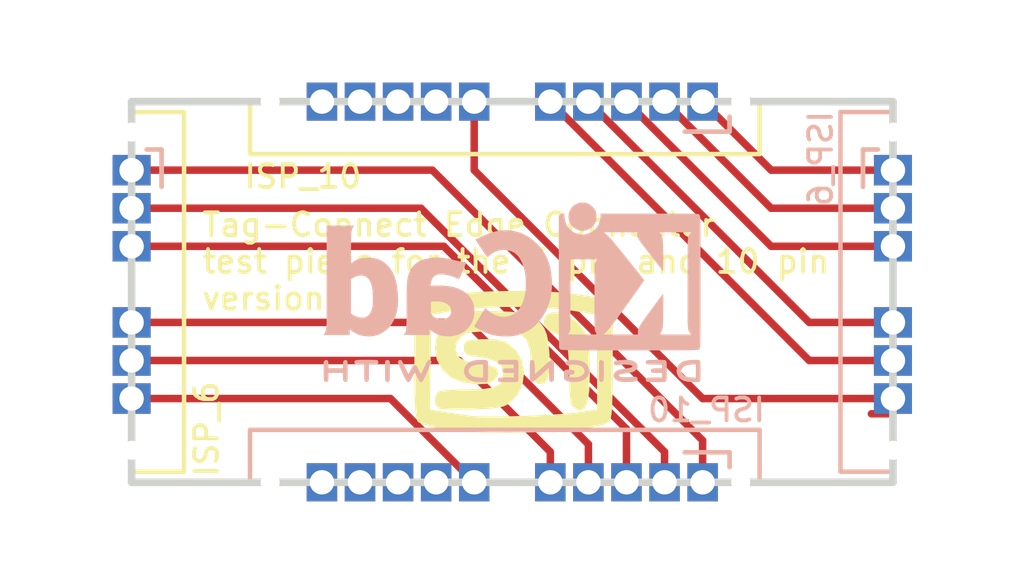
<source format=kicad_pcb>
(kicad_pcb (version 4) (host pcbnew 4.0.7)

  (general
    (links 0)
    (no_connects 0)
    (area 58.925 34.525 93.625 54.525)
    (thickness 1.6)
    (drawings 5)
    (tracks 31)
    (zones 0)
    (modules 6)
    (nets 1)
  )

  (page A4)
  (layers
    (0 F.Cu signal)
    (31 B.Cu signal)
    (32 B.Adhes user)
    (33 F.Adhes user)
    (34 B.Paste user)
    (35 F.Paste user)
    (36 B.SilkS user)
    (37 F.SilkS user)
    (38 B.Mask user)
    (39 F.Mask user)
    (40 Dwgs.User user)
    (41 Cmts.User user)
    (42 Eco1.User user)
    (43 Eco2.User user)
    (44 Edge.Cuts user)
    (45 Margin user)
    (46 B.CrtYd user)
    (47 F.CrtYd user)
    (48 B.Fab user)
    (49 F.Fab user)
  )

  (setup
    (last_trace_width 0.25)
    (trace_clearance 0.2)
    (zone_clearance 0.508)
    (zone_45_only no)
    (trace_min 0.2)
    (segment_width 0.2)
    (edge_width 0.254)
    (via_size 0.6)
    (via_drill 0.4)
    (via_min_size 0.4)
    (via_min_drill 0.3)
    (uvia_size 0.3)
    (uvia_drill 0.1)
    (uvias_allowed no)
    (uvia_min_size 0.2)
    (uvia_min_drill 0.1)
    (pcb_text_width 0.3)
    (pcb_text_size 1.5 1.5)
    (mod_edge_width 0.15)
    (mod_text_size 1 1)
    (mod_text_width 0.15)
    (pad_size 1.524 1.524)
    (pad_drill 0.762)
    (pad_to_mask_clearance 0)
    (aux_axis_origin 0 0)
    (visible_elements FFFFFF7F)
    (pcbplotparams
      (layerselection 0x010f0_80000001)
      (usegerberextensions false)
      (excludeedgelayer true)
      (linewidth 0.100000)
      (plotframeref false)
      (viasonmask false)
      (mode 1)
      (useauxorigin false)
      (hpglpennumber 1)
      (hpglpenspeed 20)
      (hpglpendiameter 15)
      (hpglpenoverlay 2)
      (psnegative false)
      (psa4output false)
      (plotreference true)
      (plotvalue true)
      (plotinvisibletext false)
      (padsonsilk false)
      (subtractmaskfromsilk false)
      (outputformat 1)
      (mirror false)
      (drillshape 0)
      (scaleselection 1)
      (outputdirectory gerbers/))
  )

  (net 0 "")

  (net_class Default "This is the default net class."
    (clearance 0.2)
    (trace_width 0.25)
    (via_dia 0.6)
    (via_drill 0.4)
    (uvia_dia 0.3)
    (uvia_drill 0.1)
  )

  (module EdgeConnect:Edge_Connect_6 (layer F.Cu) (tedit 5AA110BB) (tstamp 5AA9FFC6)
    (at 63.5 44.196 90)
    (tags ISP)
    (fp_text reference ISP_6 (at -4.826 2.5 90) (layer F.SilkS)
      (effects (font (size 0.762 0.762) (thickness 0.127)))
    )
    (fp_text value Edge_Connect_6 (at 0 -3.25 90) (layer F.Fab)
      (effects (font (size 1.5 1.5) (thickness 0.15)))
    )
    (fp_line (start 4.5 1) (end 3.25 1) (layer B.SilkS) (width 0.15))
    (fp_line (start 4.5 0.5) (end 4.5 1) (layer B.SilkS) (width 0.15))
    (fp_line (start 4.5 1) (end 3.25 1) (layer F.SilkS) (width 0.15))
    (fp_line (start 4.5 0.5) (end 4.5 1) (layer F.SilkS) (width 0.15))
    (fp_line (start 5.75 1.75) (end 5.75 0) (layer F.SilkS) (width 0.15))
    (fp_line (start -6.25 1.75) (end 5.75 1.75) (layer F.SilkS) (width 0.15))
    (fp_line (start -6.25 0) (end -6.25 1.75) (layer F.SilkS) (width 0.15))
    (fp_line (start -6.25 0) (end 5.75 0) (layer F.Fab) (width 0.254))
    (pad 1 thru_hole circle (at 3.81 0 90) (size 1.016 1.016) (drill 0.8128) (layers *.Cu *.Mask))
    (pad "" np_thru_hole circle (at 0 0.9906 90) (size 1.0668 1.0668) (drill 1.0668) (layers *.Cu))
    (pad 2 thru_hole circle (at 2.54 0 90) (size 1.016 1.016) (drill 0.8128) (layers *.Cu *.Mask))
    (pad 3 thru_hole circle (at 1.27 0 90) (size 1.016 1.016) (drill 0.8128) (layers *.Cu *.Mask))
    (pad 4 thru_hole circle (at -1.27 0 90) (size 1.016 1.016) (drill 0.8128) (layers *.Cu *.Mask))
    (pad 5 thru_hole circle (at -2.54 0 90) (size 1.016 1.016) (drill 0.8128) (layers *.Cu *.Mask))
    (pad 6 thru_hole circle (at -3.81 0 90) (size 1.016 1.016) (drill 0.8128) (layers *.Cu *.Mask))
    (pad "" np_thru_hole circle (at -5.5372 0 90) (size 0.635 0.635) (drill 0.635) (layers *.Cu))
    (pad "" np_thru_hole circle (at 5.08 0 90) (size 0.635 0.635) (drill 0.635) (layers *.Cu))
    (pad 1 smd rect (at 3.81 0 90) (size 1.016 1.27) (layers F.Cu F.Mask))
    (pad 2 smd rect (at 2.54 0 90) (size 1.016 1.27) (layers F.Cu F.Mask))
    (pad 3 smd rect (at 1.27 0 90) (size 1.016 1.27) (layers F.Cu F.Mask))
    (pad 4 smd rect (at -1.27 0 90) (size 1.016 1.27) (layers F.Cu F.Mask))
    (pad 5 smd rect (at -2.54 0 90) (size 1.016 1.27) (layers F.Cu F.Mask))
    (pad 6 smd rect (at -3.81 0 90) (size 1.016 1.27) (layers F.Cu F.Mask))
    (pad 6 smd rect (at -3.81 0 90) (size 1.016 1.27) (layers B.Cu B.Mask))
    (pad 5 smd rect (at -2.54 0 90) (size 1.016 1.27) (layers B.Cu B.Mask))
    (pad 4 smd rect (at -1.27 0 90) (size 1.016 1.27) (layers B.Cu B.Mask))
    (pad 3 smd rect (at 1.27 0 90) (size 1.016 1.27) (layers B.Cu B.Mask))
    (pad 2 smd rect (at 2.54 0 90) (size 1.016 1.27) (layers B.Cu B.Mask))
    (pad 1 smd rect (at 3.81 0 90) (size 1.016 1.27) (layers B.Cu B.Mask))
  )

  (module EdgeConnect:Edge_Connect_10 (layer B.Cu) (tedit 5AA110B4) (tstamp 5AA9FF99)
    (at 76.2 50.8)
    (tags ISP)
    (fp_text reference ISP_10 (at 6.477 -2.413) (layer B.SilkS)
      (effects (font (size 0.762 0.762) (thickness 0.127)) (justify mirror))
    )
    (fp_text value Edge_Connect_10 (at 0 2.25) (layer B.Fab)
      (effects (font (size 1.5 1.5) (thickness 0.15)) (justify mirror))
    )
    (fp_line (start 7.25 -1) (end 5.75 -1) (layer F.SilkS) (width 0.15))
    (fp_line (start 7.25 -0.5) (end 7.25 -1) (layer F.SilkS) (width 0.15))
    (fp_line (start 7.25 -1) (end 5.75 -1) (layer B.SilkS) (width 0.15))
    (fp_line (start 7.25 -0.5) (end 7.25 -1) (layer B.SilkS) (width 0.15))
    (fp_line (start 8.25 -1.75) (end 8.25 0) (layer B.SilkS) (width 0.15))
    (fp_line (start -8.75 -1.75) (end 8.25 -1.75) (layer B.SilkS) (width 0.15))
    (fp_line (start -8.75 0) (end -8.75 -1.75) (layer B.SilkS) (width 0.15))
    (fp_line (start -8.75 0) (end 8.25 0) (layer B.Fab) (width 0.254))
    (pad 1 thru_hole circle (at 6.35 0) (size 1.016 1.016) (drill 0.8128) (layers *.Cu *.Mask))
    (pad "" np_thru_hole circle (at 0 -0.9906) (size 1.0668 1.0668) (drill 1.0668) (layers *.Cu))
    (pad 2 thru_hole circle (at 5.08 0) (size 1.016 1.016) (drill 0.8128) (layers *.Cu *.Mask))
    (pad 3 thru_hole circle (at 3.81 0) (size 1.016 1.016) (drill 0.8128) (layers *.Cu *.Mask))
    (pad 4 thru_hole circle (at 2.54 0) (size 1.016 1.016) (drill 0.8128) (layers *.Cu *.Mask))
    (pad 5 thru_hole circle (at 1.27 0) (size 1.016 1.016) (drill 0.8128) (layers *.Cu *.Mask))
    (pad 6 thru_hole circle (at -1.27 0) (size 1.016 1.016) (drill 0.8128) (layers *.Cu *.Mask))
    (pad "" np_thru_hole circle (at -8.0772 0) (size 0.635 0.635) (drill 0.635) (layers *.Cu))
    (pad "" np_thru_hole circle (at 7.62 0) (size 0.635 0.635) (drill 0.635) (layers *.Cu))
    (pad 7 thru_hole circle (at -2.54 0) (size 1.016 1.016) (drill 0.8128) (layers *.Cu *.Mask))
    (pad 8 thru_hole circle (at -3.81 0) (size 1.016 1.016) (drill 0.8128) (layers *.Cu *.Mask))
    (pad 9 thru_hole circle (at -5.08 0) (size 1.016 1.016) (drill 0.8128) (layers *.Cu *.Mask))
    (pad 10 thru_hole circle (at -6.35 0) (size 1.016 1.016) (drill 0.8128) (layers *.Cu *.Mask))
    (pad 1 smd rect (at 6.35 0) (size 1.016 1.27) (layers B.Cu B.Mask))
    (pad 2 smd rect (at 5.08 0) (size 1.016 1.27) (layers B.Cu B.Mask))
    (pad 3 smd rect (at 3.81 0) (size 1.016 1.27) (layers B.Cu B.Mask))
    (pad 4 smd rect (at 2.54 0) (size 1.016 1.27) (layers B.Cu B.Mask))
    (pad 5 smd rect (at 1.27 0) (size 1.016 1.27) (layers B.Cu B.Mask))
    (pad 5 smd rect (at -1.27 0) (size 1.016 1.27) (layers B.Cu B.Mask))
    (pad 7 smd rect (at -2.54 0) (size 1.016 1.27) (layers B.Cu B.Mask))
    (pad 8 smd rect (at -3.81 0) (size 1.016 1.27) (layers B.Cu B.Mask))
    (pad 9 smd rect (at -5.08 0) (size 1.016 1.27) (layers B.Cu B.Mask))
    (pad 10 smd rect (at -6.35 0) (size 1.016 1.27) (layers B.Cu B.Mask))
    (pad 10 smd rect (at -6.35 0) (size 1.016 1.27) (layers F.Cu F.Mask))
    (pad 9 smd rect (at -5.08 0) (size 1.016 1.27) (layers F.Cu F.Mask))
    (pad 8 smd rect (at -3.81 0) (size 1.016 1.27) (layers F.Cu F.Mask))
    (pad 7 smd rect (at -2.54 0) (size 1.016 1.27) (layers F.Cu F.Mask))
    (pad 5 smd rect (at -1.27 0) (size 1.016 1.27) (layers F.Cu F.Mask))
    (pad 5 smd rect (at 1.27 0) (size 1.016 1.27) (layers F.Cu F.Mask))
    (pad 4 smd rect (at 2.54 0) (size 1.016 1.27) (layers F.Cu F.Mask))
    (pad 3 smd rect (at 3.81 0) (size 1.016 1.27) (layers F.Cu F.Mask))
    (pad 2 smd rect (at 5.08 0) (size 1.016 1.27) (layers F.Cu F.Mask))
    (pad 1 smd rect (at 6.35 0) (size 1.016 1.27) (layers F.Cu F.Mask))
  )

  (module EdgeConnect:Edge_Connect_10 (layer F.Cu) (tedit 5AA110B4) (tstamp 5AA1209D)
    (at 76.2 38.1)
    (tags ISP)
    (fp_text reference ISP_10 (at -6.985 2.5) (layer F.SilkS)
      (effects (font (size 0.762 0.762) (thickness 0.127)))
    )
    (fp_text value Edge_Connect_10 (at 0 -2.25) (layer F.Fab)
      (effects (font (size 1.5 1.5) (thickness 0.15)))
    )
    (fp_line (start 7.25 1) (end 5.75 1) (layer B.SilkS) (width 0.15))
    (fp_line (start 7.25 0.5) (end 7.25 1) (layer B.SilkS) (width 0.15))
    (fp_line (start 7.25 1) (end 5.75 1) (layer F.SilkS) (width 0.15))
    (fp_line (start 7.25 0.5) (end 7.25 1) (layer F.SilkS) (width 0.15))
    (fp_line (start 8.25 1.75) (end 8.25 0) (layer F.SilkS) (width 0.15))
    (fp_line (start -8.75 1.75) (end 8.25 1.75) (layer F.SilkS) (width 0.15))
    (fp_line (start -8.75 0) (end -8.75 1.75) (layer F.SilkS) (width 0.15))
    (fp_line (start -8.75 0) (end 8.25 0) (layer F.Fab) (width 0.254))
    (pad 1 thru_hole circle (at 6.35 0) (size 1.016 1.016) (drill 0.8128) (layers *.Cu *.Mask))
    (pad "" np_thru_hole circle (at 0 0.9906) (size 1.0668 1.0668) (drill 1.0668) (layers *.Cu))
    (pad 2 thru_hole circle (at 5.08 0) (size 1.016 1.016) (drill 0.8128) (layers *.Cu *.Mask))
    (pad 3 thru_hole circle (at 3.81 0) (size 1.016 1.016) (drill 0.8128) (layers *.Cu *.Mask))
    (pad 4 thru_hole circle (at 2.54 0) (size 1.016 1.016) (drill 0.8128) (layers *.Cu *.Mask))
    (pad 5 thru_hole circle (at 1.27 0) (size 1.016 1.016) (drill 0.8128) (layers *.Cu *.Mask))
    (pad 6 thru_hole circle (at -1.27 0) (size 1.016 1.016) (drill 0.8128) (layers *.Cu *.Mask))
    (pad "" np_thru_hole circle (at -8.0772 0) (size 0.635 0.635) (drill 0.635) (layers *.Cu))
    (pad "" np_thru_hole circle (at 7.62 0) (size 0.635 0.635) (drill 0.635) (layers *.Cu))
    (pad 7 thru_hole circle (at -2.54 0) (size 1.016 1.016) (drill 0.8128) (layers *.Cu *.Mask))
    (pad 8 thru_hole circle (at -3.81 0) (size 1.016 1.016) (drill 0.8128) (layers *.Cu *.Mask))
    (pad 9 thru_hole circle (at -5.08 0) (size 1.016 1.016) (drill 0.8128) (layers *.Cu *.Mask))
    (pad 10 thru_hole circle (at -6.35 0) (size 1.016 1.016) (drill 0.8128) (layers *.Cu *.Mask))
    (pad 1 smd rect (at 6.35 0) (size 1.016 1.27) (layers F.Cu F.Mask))
    (pad 2 smd rect (at 5.08 0) (size 1.016 1.27) (layers F.Cu F.Mask))
    (pad 3 smd rect (at 3.81 0) (size 1.016 1.27) (layers F.Cu F.Mask))
    (pad 4 smd rect (at 2.54 0) (size 1.016 1.27) (layers F.Cu F.Mask))
    (pad 5 smd rect (at 1.27 0) (size 1.016 1.27) (layers F.Cu F.Mask))
    (pad 5 smd rect (at -1.27 0) (size 1.016 1.27) (layers F.Cu F.Mask))
    (pad 7 smd rect (at -2.54 0) (size 1.016 1.27) (layers F.Cu F.Mask))
    (pad 8 smd rect (at -3.81 0) (size 1.016 1.27) (layers F.Cu F.Mask))
    (pad 9 smd rect (at -5.08 0) (size 1.016 1.27) (layers F.Cu F.Mask))
    (pad 10 smd rect (at -6.35 0) (size 1.016 1.27) (layers F.Cu F.Mask))
    (pad 10 smd rect (at -6.35 0) (size 1.016 1.27) (layers B.Cu B.Mask))
    (pad 9 smd rect (at -5.08 0) (size 1.016 1.27) (layers B.Cu B.Mask))
    (pad 8 smd rect (at -3.81 0) (size 1.016 1.27) (layers B.Cu B.Mask))
    (pad 7 smd rect (at -2.54 0) (size 1.016 1.27) (layers B.Cu B.Mask))
    (pad 5 smd rect (at -1.27 0) (size 1.016 1.27) (layers B.Cu B.Mask))
    (pad 5 smd rect (at 1.27 0) (size 1.016 1.27) (layers B.Cu B.Mask))
    (pad 4 smd rect (at 2.54 0) (size 1.016 1.27) (layers B.Cu B.Mask))
    (pad 3 smd rect (at 3.81 0) (size 1.016 1.27) (layers B.Cu B.Mask))
    (pad 2 smd rect (at 5.08 0) (size 1.016 1.27) (layers B.Cu B.Mask))
    (pad 1 smd rect (at 6.35 0) (size 1.016 1.27) (layers B.Cu B.Mask))
  )

  (module EdgeConnect:Edge_Connect_6 (layer B.Cu) (tedit 5AA110BB) (tstamp 5AA120BE)
    (at 88.9 44.196 90)
    (tags ISP)
    (fp_text reference ISP_6 (at 4.191 -2.413 90) (layer B.SilkS)
      (effects (font (size 0.762 0.762) (thickness 0.127)) (justify mirror))
    )
    (fp_text value Edge_Connect_6 (at 0 3.25 90) (layer B.Fab)
      (effects (font (size 1.5 1.5) (thickness 0.15)) (justify mirror))
    )
    (fp_line (start 4.5 -1) (end 3.25 -1) (layer F.SilkS) (width 0.15))
    (fp_line (start 4.5 -0.5) (end 4.5 -1) (layer F.SilkS) (width 0.15))
    (fp_line (start 4.5 -1) (end 3.25 -1) (layer B.SilkS) (width 0.15))
    (fp_line (start 4.5 -0.5) (end 4.5 -1) (layer B.SilkS) (width 0.15))
    (fp_line (start 5.75 -1.75) (end 5.75 0) (layer B.SilkS) (width 0.15))
    (fp_line (start -6.25 -1.75) (end 5.75 -1.75) (layer B.SilkS) (width 0.15))
    (fp_line (start -6.25 0) (end -6.25 -1.75) (layer B.SilkS) (width 0.15))
    (fp_line (start -6.25 0) (end 5.75 0) (layer B.Fab) (width 0.254))
    (pad 1 thru_hole circle (at 3.81 0 90) (size 1.016 1.016) (drill 0.8128) (layers *.Cu *.Mask))
    (pad "" np_thru_hole circle (at 0 -0.9906 90) (size 1.0668 1.0668) (drill 1.0668) (layers *.Cu))
    (pad 2 thru_hole circle (at 2.54 0 90) (size 1.016 1.016) (drill 0.8128) (layers *.Cu *.Mask))
    (pad 3 thru_hole circle (at 1.27 0 90) (size 1.016 1.016) (drill 0.8128) (layers *.Cu *.Mask))
    (pad 4 thru_hole circle (at -1.27 0 90) (size 1.016 1.016) (drill 0.8128) (layers *.Cu *.Mask))
    (pad 5 thru_hole circle (at -2.54 0 90) (size 1.016 1.016) (drill 0.8128) (layers *.Cu *.Mask))
    (pad 6 thru_hole circle (at -3.81 0 90) (size 1.016 1.016) (drill 0.8128) (layers *.Cu *.Mask))
    (pad "" np_thru_hole circle (at -5.5372 0 90) (size 0.635 0.635) (drill 0.635) (layers *.Cu))
    (pad "" np_thru_hole circle (at 5.08 0 90) (size 0.635 0.635) (drill 0.635) (layers *.Cu))
    (pad 1 smd rect (at 3.81 0 90) (size 1.016 1.27) (layers B.Cu B.Mask))
    (pad 2 smd rect (at 2.54 0 90) (size 1.016 1.27) (layers B.Cu B.Mask))
    (pad 3 smd rect (at 1.27 0 90) (size 1.016 1.27) (layers B.Cu B.Mask))
    (pad 4 smd rect (at -1.27 0 90) (size 1.016 1.27) (layers B.Cu B.Mask))
    (pad 5 smd rect (at -2.54 0 90) (size 1.016 1.27) (layers B.Cu B.Mask))
    (pad 6 smd rect (at -3.81 0 90) (size 1.016 1.27) (layers B.Cu B.Mask))
    (pad 6 smd rect (at -3.81 0 90) (size 1.016 1.27) (layers F.Cu F.Mask))
    (pad 5 smd rect (at -2.54 0 90) (size 1.016 1.27) (layers F.Cu F.Mask))
    (pad 4 smd rect (at -1.27 0 90) (size 1.016 1.27) (layers F.Cu F.Mask))
    (pad 3 smd rect (at 1.27 0 90) (size 1.016 1.27) (layers F.Cu F.Mask))
    (pad 2 smd rect (at 2.54 0 90) (size 1.016 1.27) (layers F.Cu F.Mask))
    (pad 1 smd rect (at 3.81 0 90) (size 1.016 1.27) (layers F.Cu F.Mask))
  )

  (module Symbols:KiCad-Logo2_6mm_SilkScreen (layer B.Cu) (tedit 0) (tstamp 5AAA0F5F)
    (at 76.2 44.45 180)
    (descr "KiCad Logo")
    (tags "Logo KiCad")
    (attr virtual)
    (fp_text reference REF*** (at 0 0 180) (layer B.SilkS) hide
      (effects (font (size 1 1) (thickness 0.15)) (justify mirror))
    )
    (fp_text value KiCad-Logo2_6mm_SilkScreen (at 0.75 0 180) (layer B.Fab) hide
      (effects (font (size 1 1) (thickness 0.15)) (justify mirror))
    )
    (fp_poly (pts (xy -6.121371 -2.269066) (xy -6.081889 -2.269467) (xy -5.9662 -2.272259) (xy -5.869311 -2.28055)
      (xy -5.787919 -2.295232) (xy -5.718723 -2.317193) (xy -5.65842 -2.347322) (xy -5.603708 -2.38651)
      (xy -5.584167 -2.403532) (xy -5.55175 -2.443363) (xy -5.52252 -2.497413) (xy -5.499991 -2.557323)
      (xy -5.487679 -2.614739) (xy -5.4864 -2.635956) (xy -5.494417 -2.694769) (xy -5.515899 -2.759013)
      (xy -5.546999 -2.819821) (xy -5.583866 -2.86833) (xy -5.589854 -2.874182) (xy -5.640579 -2.915321)
      (xy -5.696125 -2.947435) (xy -5.759696 -2.971365) (xy -5.834494 -2.987953) (xy -5.923722 -2.998041)
      (xy -6.030582 -3.002469) (xy -6.079528 -3.002845) (xy -6.141762 -3.002545) (xy -6.185528 -3.001292)
      (xy -6.214931 -2.998554) (xy -6.234079 -2.993801) (xy -6.247077 -2.986501) (xy -6.254045 -2.980267)
      (xy -6.260626 -2.972694) (xy -6.265788 -2.962924) (xy -6.269703 -2.94834) (xy -6.272543 -2.926326)
      (xy -6.27448 -2.894264) (xy -6.275684 -2.849536) (xy -6.276328 -2.789526) (xy -6.276583 -2.711617)
      (xy -6.276622 -2.635956) (xy -6.27687 -2.535041) (xy -6.276817 -2.454427) (xy -6.275857 -2.415822)
      (xy -6.129867 -2.415822) (xy -6.129867 -2.856089) (xy -6.036734 -2.856004) (xy -5.980693 -2.854396)
      (xy -5.921999 -2.850256) (xy -5.873028 -2.844464) (xy -5.871538 -2.844226) (xy -5.792392 -2.82509)
      (xy -5.731002 -2.795287) (xy -5.684305 -2.752878) (xy -5.654635 -2.706961) (xy -5.636353 -2.656026)
      (xy -5.637771 -2.6082) (xy -5.658988 -2.556933) (xy -5.700489 -2.503899) (xy -5.757998 -2.4646)
      (xy -5.83275 -2.438331) (xy -5.882708 -2.429035) (xy -5.939416 -2.422507) (xy -5.999519 -2.417782)
      (xy -6.050639 -2.415817) (xy -6.053667 -2.415808) (xy -6.129867 -2.415822) (xy -6.275857 -2.415822)
      (xy -6.27526 -2.391851) (xy -6.270998 -2.345055) (xy -6.26283 -2.311778) (xy -6.249556 -2.289759)
      (xy -6.229974 -2.276739) (xy -6.202883 -2.270457) (xy -6.167082 -2.268653) (xy -6.121371 -2.269066)) (layer B.SilkS) (width 0.01))
    (fp_poly (pts (xy -4.712794 -2.269146) (xy -4.643386 -2.269518) (xy -4.590997 -2.270385) (xy -4.552847 -2.271946)
      (xy -4.526159 -2.274403) (xy -4.508153 -2.277957) (xy -4.496049 -2.28281) (xy -4.487069 -2.289161)
      (xy -4.483818 -2.292084) (xy -4.464043 -2.323142) (xy -4.460482 -2.358828) (xy -4.473491 -2.39051)
      (xy -4.479506 -2.396913) (xy -4.489235 -2.403121) (xy -4.504901 -2.40791) (xy -4.529408 -2.411514)
      (xy -4.565661 -2.414164) (xy -4.616565 -2.416095) (xy -4.685026 -2.417539) (xy -4.747617 -2.418418)
      (xy -4.995334 -2.421467) (xy -4.998719 -2.486378) (xy -5.002105 -2.551289) (xy -4.833958 -2.551289)
      (xy -4.760959 -2.551919) (xy -4.707517 -2.554553) (xy -4.670628 -2.560309) (xy -4.647288 -2.570304)
      (xy -4.634494 -2.585656) (xy -4.629242 -2.607482) (xy -4.628445 -2.627738) (xy -4.630923 -2.652592)
      (xy -4.640277 -2.670906) (xy -4.659383 -2.683637) (xy -4.691118 -2.691741) (xy -4.738359 -2.696176)
      (xy -4.803983 -2.697899) (xy -4.839801 -2.698045) (xy -5.000978 -2.698045) (xy -5.000978 -2.856089)
      (xy -4.752622 -2.856089) (xy -4.671213 -2.856202) (xy -4.609342 -2.856712) (xy -4.563968 -2.85787)
      (xy -4.532054 -2.85993) (xy -4.510559 -2.863146) (xy -4.496443 -2.867772) (xy -4.486668 -2.874059)
      (xy -4.481689 -2.878667) (xy -4.46461 -2.90556) (xy -4.459111 -2.929467) (xy -4.466963 -2.958667)
      (xy -4.481689 -2.980267) (xy -4.489546 -2.987066) (xy -4.499688 -2.992346) (xy -4.514844 -2.996298)
      (xy -4.537741 -2.999113) (xy -4.571109 -3.000982) (xy -4.617675 -3.002098) (xy -4.680167 -3.002651)
      (xy -4.761314 -3.002833) (xy -4.803422 -3.002845) (xy -4.893598 -3.002765) (xy -4.963924 -3.002398)
      (xy -5.017129 -3.001552) (xy -5.05594 -3.000036) (xy -5.083087 -2.997659) (xy -5.101298 -2.994229)
      (xy -5.1133 -2.989554) (xy -5.121822 -2.983444) (xy -5.125156 -2.980267) (xy -5.131755 -2.97267)
      (xy -5.136927 -2.96287) (xy -5.140846 -2.948239) (xy -5.143684 -2.926152) (xy -5.145615 -2.893982)
      (xy -5.146812 -2.849103) (xy -5.147448 -2.788889) (xy -5.147697 -2.710713) (xy -5.147734 -2.637923)
      (xy -5.1477 -2.544707) (xy -5.147465 -2.471431) (xy -5.14683 -2.415458) (xy -5.145594 -2.374151)
      (xy -5.143556 -2.344872) (xy -5.140517 -2.324984) (xy -5.136277 -2.31185) (xy -5.130635 -2.302832)
      (xy -5.123391 -2.295293) (xy -5.121606 -2.293612) (xy -5.112945 -2.286172) (xy -5.102882 -2.280409)
      (xy -5.088625 -2.276112) (xy -5.067383 -2.273064) (xy -5.036364 -2.271051) (xy -4.992777 -2.26986)
      (xy -4.933831 -2.269275) (xy -4.856734 -2.269083) (xy -4.802001 -2.269067) (xy -4.712794 -2.269146)) (layer B.SilkS) (width 0.01))
    (fp_poly (pts (xy -3.691703 -2.270351) (xy -3.616888 -2.275581) (xy -3.547306 -2.28375) (xy -3.487002 -2.29455)
      (xy -3.44002 -2.307673) (xy -3.410406 -2.322813) (xy -3.40586 -2.327269) (xy -3.390054 -2.36185)
      (xy -3.394847 -2.397351) (xy -3.419364 -2.427725) (xy -3.420534 -2.428596) (xy -3.434954 -2.437954)
      (xy -3.450008 -2.442876) (xy -3.471005 -2.443473) (xy -3.503257 -2.439861) (xy -3.552073 -2.432154)
      (xy -3.556 -2.431505) (xy -3.628739 -2.422569) (xy -3.707217 -2.418161) (xy -3.785927 -2.418119)
      (xy -3.859361 -2.422279) (xy -3.922011 -2.430479) (xy -3.96837 -2.442557) (xy -3.971416 -2.443771)
      (xy -4.005048 -2.462615) (xy -4.016864 -2.481685) (xy -4.007614 -2.500439) (xy -3.978047 -2.518337)
      (xy -3.928911 -2.534837) (xy -3.860957 -2.549396) (xy -3.815645 -2.556406) (xy -3.721456 -2.569889)
      (xy -3.646544 -2.582214) (xy -3.587717 -2.594449) (xy -3.541785 -2.607661) (xy -3.505555 -2.622917)
      (xy -3.475838 -2.641285) (xy -3.449442 -2.663831) (xy -3.42823 -2.685971) (xy -3.403065 -2.716819)
      (xy -3.390681 -2.743345) (xy -3.386808 -2.776026) (xy -3.386667 -2.787995) (xy -3.389576 -2.827712)
      (xy -3.401202 -2.857259) (xy -3.421323 -2.883486) (xy -3.462216 -2.923576) (xy -3.507817 -2.954149)
      (xy -3.561513 -2.976203) (xy -3.626692 -2.990735) (xy -3.706744 -2.998741) (xy -3.805057 -3.001218)
      (xy -3.821289 -3.001177) (xy -3.886849 -2.999818) (xy -3.951866 -2.99673) (xy -4.009252 -2.992356)
      (xy -4.051922 -2.98714) (xy -4.055372 -2.986541) (xy -4.097796 -2.976491) (xy -4.13378 -2.963796)
      (xy -4.15415 -2.95219) (xy -4.173107 -2.921572) (xy -4.174427 -2.885918) (xy -4.158085 -2.854144)
      (xy -4.154429 -2.850551) (xy -4.139315 -2.839876) (xy -4.120415 -2.835276) (xy -4.091162 -2.836059)
      (xy -4.055651 -2.840127) (xy -4.01597 -2.843762) (xy -3.960345 -2.846828) (xy -3.895406 -2.849053)
      (xy -3.827785 -2.850164) (xy -3.81 -2.850237) (xy -3.742128 -2.849964) (xy -3.692454 -2.848646)
      (xy -3.65661 -2.845827) (xy -3.630224 -2.84105) (xy -3.608926 -2.833857) (xy -3.596126 -2.827867)
      (xy -3.568 -2.811233) (xy -3.550068 -2.796168) (xy -3.547447 -2.791897) (xy -3.552976 -2.774263)
      (xy -3.57926 -2.757192) (xy -3.624478 -2.741458) (xy -3.686808 -2.727838) (xy -3.705171 -2.724804)
      (xy -3.80109 -2.709738) (xy -3.877641 -2.697146) (xy -3.93778 -2.686111) (xy -3.98446 -2.67572)
      (xy -4.020637 -2.665056) (xy -4.049265 -2.653205) (xy -4.073298 -2.639251) (xy -4.095692 -2.622281)
      (xy -4.119402 -2.601378) (xy -4.12738 -2.594049) (xy -4.155353 -2.566699) (xy -4.17016 -2.545029)
      (xy -4.175952 -2.520232) (xy -4.176889 -2.488983) (xy -4.166575 -2.427705) (xy -4.135752 -2.37564)
      (xy -4.084595 -2.332958) (xy -4.013283 -2.299825) (xy -3.9624 -2.284964) (xy -3.9071 -2.275366)
      (xy -3.840853 -2.269936) (xy -3.767706 -2.268367) (xy -3.691703 -2.270351)) (layer B.SilkS) (width 0.01))
    (fp_poly (pts (xy -2.923822 -2.291645) (xy -2.917242 -2.299218) (xy -2.912079 -2.308987) (xy -2.908164 -2.323571)
      (xy -2.905324 -2.345585) (xy -2.903387 -2.377648) (xy -2.902183 -2.422375) (xy -2.901539 -2.482385)
      (xy -2.901284 -2.560294) (xy -2.901245 -2.635956) (xy -2.901314 -2.729802) (xy -2.901638 -2.803689)
      (xy -2.902386 -2.860232) (xy -2.903732 -2.902049) (xy -2.905846 -2.931757) (xy -2.9089 -2.951973)
      (xy -2.913066 -2.965314) (xy -2.918516 -2.974398) (xy -2.923822 -2.980267) (xy -2.956826 -2.999947)
      (xy -2.991991 -2.998181) (xy -3.023455 -2.976717) (xy -3.030684 -2.968337) (xy -3.036334 -2.958614)
      (xy -3.040599 -2.944861) (xy -3.043673 -2.924389) (xy -3.045752 -2.894512) (xy -3.04703 -2.852541)
      (xy -3.047701 -2.795789) (xy -3.047959 -2.721567) (xy -3.048 -2.637537) (xy -3.048 -2.324485)
      (xy -3.020291 -2.296776) (xy -2.986137 -2.273463) (xy -2.953006 -2.272623) (xy -2.923822 -2.291645)) (layer B.SilkS) (width 0.01))
    (fp_poly (pts (xy -1.950081 -2.274599) (xy -1.881565 -2.286095) (xy -1.828943 -2.303967) (xy -1.794708 -2.327499)
      (xy -1.785379 -2.340924) (xy -1.775893 -2.372148) (xy -1.782277 -2.400395) (xy -1.80243 -2.427182)
      (xy -1.833745 -2.439713) (xy -1.879183 -2.438696) (xy -1.914326 -2.431906) (xy -1.992419 -2.418971)
      (xy -2.072226 -2.417742) (xy -2.161555 -2.428241) (xy -2.186229 -2.43269) (xy -2.269291 -2.456108)
      (xy -2.334273 -2.490945) (xy -2.380461 -2.536604) (xy -2.407145 -2.592494) (xy -2.412663 -2.621388)
      (xy -2.409051 -2.680012) (xy -2.385729 -2.731879) (xy -2.344824 -2.775978) (xy -2.288459 -2.811299)
      (xy -2.21876 -2.836829) (xy -2.137852 -2.851559) (xy -2.04786 -2.854478) (xy -1.95091 -2.844575)
      (xy -1.945436 -2.843641) (xy -1.906875 -2.836459) (xy -1.885494 -2.829521) (xy -1.876227 -2.819227)
      (xy -1.874006 -2.801976) (xy -1.873956 -2.792841) (xy -1.873956 -2.754489) (xy -1.942431 -2.754489)
      (xy -2.0029 -2.750347) (xy -2.044165 -2.737147) (xy -2.068175 -2.71373) (xy -2.076877 -2.678936)
      (xy -2.076983 -2.674394) (xy -2.071892 -2.644654) (xy -2.054433 -2.623419) (xy -2.021939 -2.609366)
      (xy -1.971743 -2.601173) (xy -1.923123 -2.598161) (xy -1.852456 -2.596433) (xy -1.801198 -2.59907)
      (xy -1.766239 -2.6088) (xy -1.74447 -2.628353) (xy -1.73278 -2.660456) (xy -1.72806 -2.707838)
      (xy -1.7272 -2.770071) (xy -1.728609 -2.839535) (xy -1.732848 -2.886786) (xy -1.739936 -2.912012)
      (xy -1.741311 -2.913988) (xy -1.780228 -2.945508) (xy -1.837286 -2.97047) (xy -1.908869 -2.98834)
      (xy -1.991358 -2.998586) (xy -2.081139 -3.000673) (xy -2.174592 -2.994068) (xy -2.229556 -2.985956)
      (xy -2.315766 -2.961554) (xy -2.395892 -2.921662) (xy -2.462977 -2.869887) (xy -2.473173 -2.859539)
      (xy -2.506302 -2.816035) (xy -2.536194 -2.762118) (xy -2.559357 -2.705592) (xy -2.572298 -2.654259)
      (xy -2.573858 -2.634544) (xy -2.567218 -2.593419) (xy -2.549568 -2.542252) (xy -2.524297 -2.488394)
      (xy -2.494789 -2.439195) (xy -2.468719 -2.406334) (xy -2.407765 -2.357452) (xy -2.328969 -2.318545)
      (xy -2.235157 -2.290494) (xy -2.12915 -2.274179) (xy -2.032 -2.270192) (xy -1.950081 -2.274599)) (layer B.SilkS) (width 0.01))
    (fp_poly (pts (xy -1.300114 -2.273448) (xy -1.276548 -2.287273) (xy -1.245735 -2.309881) (xy -1.206078 -2.342338)
      (xy -1.15598 -2.385708) (xy -1.093843 -2.441058) (xy -1.018072 -2.509451) (xy -0.931334 -2.588084)
      (xy -0.750711 -2.751878) (xy -0.745067 -2.532029) (xy -0.743029 -2.456351) (xy -0.741063 -2.399994)
      (xy -0.738734 -2.359706) (xy -0.735606 -2.332235) (xy -0.731245 -2.314329) (xy -0.725216 -2.302737)
      (xy -0.717084 -2.294208) (xy -0.712772 -2.290623) (xy -0.678241 -2.27167) (xy -0.645383 -2.274441)
      (xy -0.619318 -2.290633) (xy -0.592667 -2.312199) (xy -0.589352 -2.627151) (xy -0.588435 -2.719779)
      (xy -0.587968 -2.792544) (xy -0.588113 -2.848161) (xy -0.589032 -2.889342) (xy -0.590887 -2.918803)
      (xy -0.593839 -2.939255) (xy -0.59805 -2.953413) (xy -0.603682 -2.963991) (xy -0.609927 -2.972474)
      (xy -0.623439 -2.988207) (xy -0.636883 -2.998636) (xy -0.652124 -3.002639) (xy -0.671026 -2.999094)
      (xy -0.695455 -2.986879) (xy -0.727273 -2.964871) (xy -0.768348 -2.931949) (xy -0.820542 -2.886991)
      (xy -0.885722 -2.828875) (xy -0.959556 -2.762099) (xy -1.224845 -2.521458) (xy -1.230489 -2.740589)
      (xy -1.232531 -2.816128) (xy -1.234502 -2.872354) (xy -1.236839 -2.912524) (xy -1.239981 -2.939896)
      (xy -1.244364 -2.957728) (xy -1.250424 -2.969279) (xy -1.2586 -2.977807) (xy -1.262784 -2.981282)
      (xy -1.299765 -3.000372) (xy -1.334708 -2.997493) (xy -1.365136 -2.9731) (xy -1.372097 -2.963286)
      (xy -1.377523 -2.951826) (xy -1.381603 -2.935968) (xy -1.384529 -2.912963) (xy -1.386492 -2.880062)
      (xy -1.387683 -2.834516) (xy -1.388292 -2.773573) (xy -1.388511 -2.694486) (xy -1.388534 -2.635956)
      (xy -1.38846 -2.544407) (xy -1.388113 -2.472687) (xy -1.387301 -2.418045) (xy -1.385833 -2.377732)
      (xy -1.383519 -2.348998) (xy -1.380167 -2.329093) (xy -1.375588 -2.315268) (xy -1.369589 -2.304772)
      (xy -1.365136 -2.298811) (xy -1.35385 -2.284691) (xy -1.343301 -2.274029) (xy -1.331893 -2.267892)
      (xy -1.31803 -2.267343) (xy -1.300114 -2.273448)) (layer B.SilkS) (width 0.01))
    (fp_poly (pts (xy 0.230343 -2.26926) (xy 0.306701 -2.270174) (xy 0.365217 -2.272311) (xy 0.408255 -2.276175)
      (xy 0.438183 -2.282267) (xy 0.457368 -2.29109) (xy 0.468176 -2.303146) (xy 0.472973 -2.318939)
      (xy 0.474127 -2.33897) (xy 0.474133 -2.341335) (xy 0.473131 -2.363992) (xy 0.468396 -2.381503)
      (xy 0.457333 -2.394574) (xy 0.437348 -2.403913) (xy 0.405846 -2.410227) (xy 0.360232 -2.414222)
      (xy 0.297913 -2.416606) (xy 0.216293 -2.418086) (xy 0.191277 -2.418414) (xy -0.0508 -2.421467)
      (xy -0.054186 -2.486378) (xy -0.057571 -2.551289) (xy 0.110576 -2.551289) (xy 0.176266 -2.551531)
      (xy 0.223172 -2.552556) (xy 0.255083 -2.554811) (xy 0.275791 -2.558742) (xy 0.289084 -2.564798)
      (xy 0.298755 -2.573424) (xy 0.298817 -2.573493) (xy 0.316356 -2.607112) (xy 0.315722 -2.643448)
      (xy 0.297314 -2.674423) (xy 0.293671 -2.677607) (xy 0.280741 -2.685812) (xy 0.263024 -2.691521)
      (xy 0.23657 -2.695162) (xy 0.197432 -2.697167) (xy 0.141662 -2.697964) (xy 0.105994 -2.698045)
      (xy -0.056445 -2.698045) (xy -0.056445 -2.856089) (xy 0.190161 -2.856089) (xy 0.27158 -2.856231)
      (xy 0.33341 -2.856814) (xy 0.378637 -2.858068) (xy 0.410248 -2.860227) (xy 0.431231 -2.863523)
      (xy 0.444573 -2.868189) (xy 0.453261 -2.874457) (xy 0.45545 -2.876733) (xy 0.471614 -2.90828)
      (xy 0.472797 -2.944168) (xy 0.459536 -2.975285) (xy 0.449043 -2.985271) (xy 0.438129 -2.990769)
      (xy 0.421217 -2.995022) (xy 0.395633 -2.99818) (xy 0.358701 -3.000392) (xy 0.307746 -3.001806)
      (xy 0.240094 -3.002572) (xy 0.153069 -3.002838) (xy 0.133394 -3.002845) (xy 0.044911 -3.002787)
      (xy -0.023773 -3.002467) (xy -0.075436 -3.001667) (xy -0.112855 -3.000167) (xy -0.13881 -2.997749)
      (xy -0.156078 -2.994194) (xy -0.167438 -2.989282) (xy -0.175668 -2.982795) (xy -0.180183 -2.978138)
      (xy -0.186979 -2.969889) (xy -0.192288 -2.959669) (xy -0.196294 -2.9448) (xy -0.199179 -2.922602)
      (xy -0.201126 -2.890393) (xy -0.202319 -2.845496) (xy -0.202939 -2.785228) (xy -0.203171 -2.706911)
      (xy -0.2032 -2.640994) (xy -0.203129 -2.548628) (xy -0.202792 -2.476117) (xy -0.202002 -2.420737)
      (xy -0.200574 -2.379765) (xy -0.198321 -2.350478) (xy -0.195057 -2.330153) (xy -0.190596 -2.316066)
      (xy -0.184752 -2.305495) (xy -0.179803 -2.298811) (xy -0.156406 -2.269067) (xy 0.133774 -2.269067)
      (xy 0.230343 -2.26926)) (layer B.SilkS) (width 0.01))
    (fp_poly (pts (xy 1.018309 -2.269275) (xy 1.147288 -2.273636) (xy 1.256991 -2.286861) (xy 1.349226 -2.309741)
      (xy 1.425802 -2.34307) (xy 1.488527 -2.387638) (xy 1.539212 -2.444236) (xy 1.579663 -2.513658)
      (xy 1.580459 -2.515351) (xy 1.604601 -2.577483) (xy 1.613203 -2.632509) (xy 1.606231 -2.687887)
      (xy 1.583654 -2.751073) (xy 1.579372 -2.760689) (xy 1.550172 -2.816966) (xy 1.517356 -2.860451)
      (xy 1.475002 -2.897417) (xy 1.41719 -2.934135) (xy 1.413831 -2.936052) (xy 1.363504 -2.960227)
      (xy 1.306621 -2.978282) (xy 1.239527 -2.990839) (xy 1.158565 -2.998522) (xy 1.060082 -3.001953)
      (xy 1.025286 -3.002251) (xy 0.859594 -3.002845) (xy 0.836197 -2.9731) (xy 0.829257 -2.963319)
      (xy 0.823842 -2.951897) (xy 0.819765 -2.936095) (xy 0.816837 -2.913175) (xy 0.814867 -2.880396)
      (xy 0.814225 -2.856089) (xy 0.970844 -2.856089) (xy 1.064726 -2.856089) (xy 1.119664 -2.854483)
      (xy 1.17606 -2.850255) (xy 1.222345 -2.844292) (xy 1.225139 -2.84379) (xy 1.307348 -2.821736)
      (xy 1.371114 -2.7886) (xy 1.418452 -2.742847) (xy 1.451382 -2.682939) (xy 1.457108 -2.667061)
      (xy 1.462721 -2.642333) (xy 1.460291 -2.617902) (xy 1.448467 -2.5854) (xy 1.44134 -2.569434)
      (xy 1.418 -2.527006) (xy 1.38988 -2.49724) (xy 1.35894 -2.476511) (xy 1.296966 -2.449537)
      (xy 1.217651 -2.429998) (xy 1.125253 -2.418746) (xy 1.058333 -2.41627) (xy 0.970844 -2.415822)
      (xy 0.970844 -2.856089) (xy 0.814225 -2.856089) (xy 0.813668 -2.835021) (xy 0.81305 -2.774311)
      (xy 0.812825 -2.695526) (xy 0.8128 -2.63392) (xy 0.8128 -2.324485) (xy 0.840509 -2.296776)
      (xy 0.852806 -2.285544) (xy 0.866103 -2.277853) (xy 0.884672 -2.27304) (xy 0.912786 -2.270446)
      (xy 0.954717 -2.26941) (xy 1.014737 -2.26927) (xy 1.018309 -2.269275)) (layer B.SilkS) (width 0.01))
    (fp_poly (pts (xy 3.744665 -2.271034) (xy 3.764255 -2.278035) (xy 3.76501 -2.278377) (xy 3.791613 -2.298678)
      (xy 3.80627 -2.319561) (xy 3.809138 -2.329352) (xy 3.808996 -2.342361) (xy 3.804961 -2.360895)
      (xy 3.796146 -2.387257) (xy 3.781669 -2.423752) (xy 3.760645 -2.472687) (xy 3.732188 -2.536365)
      (xy 3.695415 -2.617093) (xy 3.675175 -2.661216) (xy 3.638625 -2.739985) (xy 3.604315 -2.812423)
      (xy 3.573552 -2.87588) (xy 3.547648 -2.927708) (xy 3.52791 -2.965259) (xy 3.51565 -2.985884)
      (xy 3.513224 -2.988733) (xy 3.482183 -3.001302) (xy 3.447121 -2.999619) (xy 3.419 -2.984332)
      (xy 3.417854 -2.983089) (xy 3.406668 -2.966154) (xy 3.387904 -2.93317) (xy 3.363875 -2.88838)
      (xy 3.336897 -2.836032) (xy 3.327201 -2.816742) (xy 3.254014 -2.67015) (xy 3.17424 -2.829393)
      (xy 3.145767 -2.884415) (xy 3.11935 -2.932132) (xy 3.097148 -2.968893) (xy 3.081319 -2.991044)
      (xy 3.075954 -2.995741) (xy 3.034257 -3.002102) (xy 2.999849 -2.988733) (xy 2.989728 -2.974446)
      (xy 2.972214 -2.942692) (xy 2.948735 -2.896597) (xy 2.92072 -2.839285) (xy 2.889599 -2.77388)
      (xy 2.856799 -2.703507) (xy 2.82375 -2.631291) (xy 2.791881 -2.560355) (xy 2.762619 -2.493825)
      (xy 2.737395 -2.434826) (xy 2.717636 -2.386481) (xy 2.704772 -2.351915) (xy 2.700231 -2.334253)
      (xy 2.700277 -2.333613) (xy 2.711326 -2.311388) (xy 2.73341 -2.288753) (xy 2.73471 -2.287768)
      (xy 2.761853 -2.272425) (xy 2.786958 -2.272574) (xy 2.796368 -2.275466) (xy 2.807834 -2.281718)
      (xy 2.82001 -2.294014) (xy 2.834357 -2.314908) (xy 2.852336 -2.346949) (xy 2.875407 -2.392688)
      (xy 2.90503 -2.454677) (xy 2.931745 -2.511898) (xy 2.96248 -2.578226) (xy 2.990021 -2.637874)
      (xy 3.012938 -2.687725) (xy 3.029798 -2.724664) (xy 3.039173 -2.745573) (xy 3.04054 -2.748845)
      (xy 3.046689 -2.743497) (xy 3.060822 -2.721109) (xy 3.081057 -2.684946) (xy 3.105515 -2.638277)
      (xy 3.115248 -2.619022) (xy 3.148217 -2.554004) (xy 3.173643 -2.506654) (xy 3.193612 -2.474219)
      (xy 3.21021 -2.453946) (xy 3.225524 -2.443082) (xy 3.24164 -2.438875) (xy 3.252143 -2.4384)
      (xy 3.27067 -2.440042) (xy 3.286904 -2.446831) (xy 3.303035 -2.461566) (xy 3.321251 -2.487044)
      (xy 3.343739 -2.526061) (xy 3.372689 -2.581414) (xy 3.388662 -2.612903) (xy 3.41457 -2.663087)
      (xy 3.437167 -2.704704) (xy 3.454458 -2.734242) (xy 3.46445 -2.748189) (xy 3.465809 -2.74877)
      (xy 3.472261 -2.737793) (xy 3.486708 -2.70929) (xy 3.507703 -2.666244) (xy 3.533797 -2.611638)
      (xy 3.563546 -2.548454) (xy 3.57818 -2.517071) (xy 3.61625 -2.436078) (xy 3.646905 -2.373756)
      (xy 3.671737 -2.328071) (xy 3.692337 -2.296989) (xy 3.710298 -2.278478) (xy 3.72721 -2.270504)
      (xy 3.744665 -2.271034)) (layer B.SilkS) (width 0.01))
    (fp_poly (pts (xy 4.188614 -2.275877) (xy 4.212327 -2.290647) (xy 4.238978 -2.312227) (xy 4.238978 -2.633773)
      (xy 4.238893 -2.72783) (xy 4.238529 -2.801932) (xy 4.237724 -2.858704) (xy 4.236313 -2.900768)
      (xy 4.234133 -2.930748) (xy 4.231021 -2.951267) (xy 4.226814 -2.964949) (xy 4.221348 -2.974416)
      (xy 4.217472 -2.979082) (xy 4.186034 -2.999575) (xy 4.150233 -2.998739) (xy 4.118873 -2.981264)
      (xy 4.092222 -2.959684) (xy 4.092222 -2.312227) (xy 4.118873 -2.290647) (xy 4.144594 -2.274949)
      (xy 4.1656 -2.269067) (xy 4.188614 -2.275877)) (layer B.SilkS) (width 0.01))
    (fp_poly (pts (xy 4.963065 -2.269163) (xy 5.041772 -2.269542) (xy 5.102863 -2.270333) (xy 5.148817 -2.27167)
      (xy 5.182114 -2.273683) (xy 5.205236 -2.276506) (xy 5.220662 -2.280269) (xy 5.230871 -2.285105)
      (xy 5.235813 -2.288822) (xy 5.261457 -2.321358) (xy 5.264559 -2.355138) (xy 5.248711 -2.385826)
      (xy 5.238348 -2.398089) (xy 5.227196 -2.40645) (xy 5.211035 -2.411657) (xy 5.185642 -2.414457)
      (xy 5.146798 -2.415596) (xy 5.09028 -2.415821) (xy 5.07918 -2.415822) (xy 4.933244 -2.415822)
      (xy 4.933244 -2.686756) (xy 4.933148 -2.772154) (xy 4.932711 -2.837864) (xy 4.931712 -2.886774)
      (xy 4.929928 -2.921773) (xy 4.927137 -2.945749) (xy 4.923117 -2.961593) (xy 4.917645 -2.972191)
      (xy 4.910666 -2.980267) (xy 4.877734 -3.000112) (xy 4.843354 -2.998548) (xy 4.812176 -2.975906)
      (xy 4.809886 -2.9731) (xy 4.802429 -2.962492) (xy 4.796747 -2.950081) (xy 4.792601 -2.93285)
      (xy 4.78975 -2.907784) (xy 4.787954 -2.871867) (xy 4.786972 -2.822083) (xy 4.786564 -2.755417)
      (xy 4.786489 -2.679589) (xy 4.786489 -2.415822) (xy 4.647127 -2.415822) (xy 4.587322 -2.415418)
      (xy 4.545918 -2.41384) (xy 4.518748 -2.410547) (xy 4.501646 -2.404992) (xy 4.490443 -2.396631)
      (xy 4.489083 -2.395178) (xy 4.472725 -2.361939) (xy 4.474172 -2.324362) (xy 4.492978 -2.291645)
      (xy 4.50025 -2.285298) (xy 4.509627 -2.280266) (xy 4.523609 -2.276396) (xy 4.544696 -2.273537)
      (xy 4.575389 -2.271535) (xy 4.618189 -2.270239) (xy 4.675595 -2.269498) (xy 4.75011 -2.269158)
      (xy 4.844233 -2.269068) (xy 4.86426 -2.269067) (xy 4.963065 -2.269163)) (layer B.SilkS) (width 0.01))
    (fp_poly (pts (xy 6.228823 -2.274533) (xy 6.260202 -2.296776) (xy 6.287911 -2.324485) (xy 6.287911 -2.63392)
      (xy 6.287838 -2.725799) (xy 6.287495 -2.79784) (xy 6.286692 -2.85278) (xy 6.285241 -2.89336)
      (xy 6.282952 -2.922317) (xy 6.279636 -2.942391) (xy 6.275105 -2.956321) (xy 6.269169 -2.966845)
      (xy 6.264514 -2.9731) (xy 6.233783 -2.997673) (xy 6.198496 -3.000341) (xy 6.166245 -2.985271)
      (xy 6.155588 -2.976374) (xy 6.148464 -2.964557) (xy 6.144167 -2.945526) (xy 6.141991 -2.914992)
      (xy 6.141228 -2.868662) (xy 6.141155 -2.832871) (xy 6.141155 -2.698045) (xy 5.644444 -2.698045)
      (xy 5.644444 -2.8207) (xy 5.643931 -2.876787) (xy 5.641876 -2.915333) (xy 5.637508 -2.941361)
      (xy 5.630056 -2.959897) (xy 5.621047 -2.9731) (xy 5.590144 -2.997604) (xy 5.555196 -3.000506)
      (xy 5.521738 -2.983089) (xy 5.512604 -2.973959) (xy 5.506152 -2.961855) (xy 5.501897 -2.943001)
      (xy 5.499352 -2.91362) (xy 5.498029 -2.869937) (xy 5.497443 -2.808175) (xy 5.497375 -2.794)
      (xy 5.496891 -2.677631) (xy 5.496641 -2.581727) (xy 5.496723 -2.504177) (xy 5.497231 -2.442869)
      (xy 5.498262 -2.39569) (xy 5.499913 -2.36053) (xy 5.502279 -2.335276) (xy 5.505457 -2.317817)
      (xy 5.509544 -2.306041) (xy 5.514634 -2.297835) (xy 5.520266 -2.291645) (xy 5.552128 -2.271844)
      (xy 5.585357 -2.274533) (xy 5.616735 -2.296776) (xy 5.629433 -2.311126) (xy 5.637526 -2.326978)
      (xy 5.642042 -2.349554) (xy 5.644006 -2.384078) (xy 5.644444 -2.435776) (xy 5.644444 -2.551289)
      (xy 6.141155 -2.551289) (xy 6.141155 -2.432756) (xy 6.141662 -2.378148) (xy 6.143698 -2.341275)
      (xy 6.148035 -2.317307) (xy 6.155447 -2.301415) (xy 6.163733 -2.291645) (xy 6.195594 -2.271844)
      (xy 6.228823 -2.274533)) (layer B.SilkS) (width 0.01))
    (fp_poly (pts (xy -2.9464 2.510946) (xy -2.935535 2.397007) (xy -2.903918 2.289384) (xy -2.853015 2.190385)
      (xy -2.784293 2.102316) (xy -2.699219 2.027484) (xy -2.602232 1.969616) (xy -2.495964 1.929995)
      (xy -2.38895 1.911427) (xy -2.2833 1.912566) (xy -2.181125 1.93207) (xy -2.084534 1.968594)
      (xy -1.995638 2.020795) (xy -1.916546 2.087327) (xy -1.849369 2.166848) (xy -1.796217 2.258013)
      (xy -1.759199 2.359477) (xy -1.740427 2.469898) (xy -1.738489 2.519794) (xy -1.738489 2.607733)
      (xy -1.68656 2.607733) (xy -1.650253 2.604889) (xy -1.623355 2.593089) (xy -1.596249 2.569351)
      (xy -1.557867 2.530969) (xy -1.557867 0.339398) (xy -1.557876 0.077261) (xy -1.557908 -0.163241)
      (xy -1.557972 -0.383048) (xy -1.558076 -0.583101) (xy -1.558227 -0.764344) (xy -1.558434 -0.927716)
      (xy -1.558706 -1.07416) (xy -1.55905 -1.204617) (xy -1.559474 -1.320029) (xy -1.559987 -1.421338)
      (xy -1.560597 -1.509484) (xy -1.561312 -1.58541) (xy -1.56214 -1.650057) (xy -1.563089 -1.704367)
      (xy -1.564167 -1.74928) (xy -1.565383 -1.78574) (xy -1.566745 -1.814687) (xy -1.568261 -1.837063)
      (xy -1.569938 -1.853809) (xy -1.571786 -1.865868) (xy -1.573813 -1.87418) (xy -1.576025 -1.879687)
      (xy -1.577108 -1.881537) (xy -1.581271 -1.888549) (xy -1.584805 -1.894996) (xy -1.588635 -1.9009)
      (xy -1.593682 -1.906286) (xy -1.600871 -1.911178) (xy -1.611123 -1.915598) (xy -1.625364 -1.919572)
      (xy -1.644514 -1.923121) (xy -1.669499 -1.92627) (xy -1.70124 -1.929042) (xy -1.740662 -1.931461)
      (xy -1.788686 -1.933551) (xy -1.846237 -1.935335) (xy -1.914237 -1.936837) (xy -1.99361 -1.93808)
      (xy -2.085279 -1.939089) (xy -2.190166 -1.939885) (xy -2.309196 -1.940494) (xy -2.44329 -1.940939)
      (xy -2.593373 -1.941243) (xy -2.760367 -1.94143) (xy -2.945196 -1.941524) (xy -3.148783 -1.941548)
      (xy -3.37205 -1.941525) (xy -3.615922 -1.94148) (xy -3.881321 -1.941437) (xy -3.919704 -1.941432)
      (xy -4.186682 -1.941389) (xy -4.432002 -1.941318) (xy -4.656583 -1.941213) (xy -4.861345 -1.941066)
      (xy -5.047206 -1.940869) (xy -5.215088 -1.940616) (xy -5.365908 -1.9403) (xy -5.500587 -1.939913)
      (xy -5.620044 -1.939447) (xy -5.725199 -1.938897) (xy -5.816971 -1.938253) (xy -5.896279 -1.937511)
      (xy -5.964043 -1.936661) (xy -6.021182 -1.935697) (xy -6.068617 -1.934611) (xy -6.107266 -1.933397)
      (xy -6.138049 -1.932047) (xy -6.161885 -1.930555) (xy -6.179694 -1.928911) (xy -6.192395 -1.927111)
      (xy -6.200908 -1.925145) (xy -6.205266 -1.923477) (xy -6.213728 -1.919906) (xy -6.221497 -1.91727)
      (xy -6.228602 -1.914634) (xy -6.235073 -1.911062) (xy -6.240939 -1.905621) (xy -6.246229 -1.897375)
      (xy -6.250974 -1.88539) (xy -6.255202 -1.868731) (xy -6.258943 -1.846463) (xy -6.262227 -1.817652)
      (xy -6.265083 -1.781363) (xy -6.26754 -1.736661) (xy -6.269629 -1.682611) (xy -6.271378 -1.618279)
      (xy -6.272817 -1.54273) (xy -6.273976 -1.45503) (xy -6.274883 -1.354243) (xy -6.275569 -1.239434)
      (xy -6.276063 -1.10967) (xy -6.276395 -0.964015) (xy -6.276593 -0.801535) (xy -6.276687 -0.621295)
      (xy -6.276708 -0.42236) (xy -6.276685 -0.203796) (xy -6.276646 0.035332) (xy -6.276622 0.29596)
      (xy -6.276622 0.338111) (xy -6.276636 0.601008) (xy -6.276661 0.842268) (xy -6.276671 1.062835)
      (xy -6.276642 1.263648) (xy -6.276548 1.445651) (xy -6.276362 1.609784) (xy -6.276059 1.756989)
      (xy -6.275614 1.888208) (xy -6.275034 1.998133) (xy -5.972197 1.998133) (xy -5.932407 1.940289)
      (xy -5.921236 1.924521) (xy -5.911166 1.910559) (xy -5.902138 1.897216) (xy -5.894097 1.883307)
      (xy -5.886986 1.867644) (xy -5.880747 1.849042) (xy -5.875325 1.826314) (xy -5.870662 1.798273)
      (xy -5.866701 1.763733) (xy -5.863385 1.721508) (xy -5.860659 1.670411) (xy -5.858464 1.609256)
      (xy -5.856745 1.536856) (xy -5.855444 1.452025) (xy -5.854505 1.353578) (xy -5.85387 1.240326)
      (xy -5.853484 1.111084) (xy -5.853288 0.964666) (xy -5.853227 0.799884) (xy -5.853243 0.615553)
      (xy -5.85328 0.410487) (xy -5.853289 0.287867) (xy -5.853265 0.070918) (xy -5.853231 -0.124642)
      (xy -5.853243 -0.299999) (xy -5.853358 -0.456341) (xy -5.85363 -0.594857) (xy -5.854118 -0.716734)
      (xy -5.854876 -0.82316) (xy -5.855962 -0.915322) (xy -5.857431 -0.994409) (xy -5.85934 -1.061608)
      (xy -5.861744 -1.118107) (xy -5.864701 -1.165093) (xy -5.868266 -1.203755) (xy -5.872495 -1.23528)
      (xy -5.877446 -1.260855) (xy -5.883173 -1.28167) (xy -5.889733 -1.298911) (xy -5.897183 -1.313765)
      (xy -5.905579 -1.327422) (xy -5.914976 -1.341069) (xy -5.925432 -1.355893) (xy -5.931523 -1.364783)
      (xy -5.970296 -1.4224) (xy -5.438732 -1.4224) (xy -5.315483 -1.422365) (xy -5.212987 -1.422215)
      (xy -5.12942 -1.421878) (xy -5.062956 -1.421286) (xy -5.011771 -1.420367) (xy -4.974041 -1.419051)
      (xy -4.94794 -1.417269) (xy -4.931644 -1.414951) (xy -4.923328 -1.412026) (xy -4.921168 -1.408424)
      (xy -4.923339 -1.404075) (xy -4.924535 -1.402645) (xy -4.949685 -1.365573) (xy -4.975583 -1.312772)
      (xy -4.999192 -1.25077) (xy -5.007461 -1.224357) (xy -5.012078 -1.206416) (xy -5.015979 -1.185355)
      (xy -5.019248 -1.159089) (xy -5.021966 -1.125532) (xy -5.024215 -1.082599) (xy -5.026077 -1.028204)
      (xy -5.027636 -0.960262) (xy -5.028972 -0.876688) (xy -5.030169 -0.775395) (xy -5.031308 -0.6543)
      (xy -5.031685 -0.6096) (xy -5.032702 -0.484449) (xy -5.03346 -0.380082) (xy -5.033903 -0.294707)
      (xy -5.03397 -0.226533) (xy -5.033605 -0.173765) (xy -5.032748 -0.134614) (xy -5.031341 -0.107285)
      (xy -5.029325 -0.089986) (xy -5.026643 -0.080926) (xy -5.023236 -0.078312) (xy -5.019044 -0.080351)
      (xy -5.014571 -0.084667) (xy -5.004216 -0.097602) (xy -4.982158 -0.126676) (xy -4.949957 -0.169759)
      (xy -4.909174 -0.224718) (xy -4.86137 -0.289423) (xy -4.808105 -0.361742) (xy -4.75094 -0.439544)
      (xy -4.691437 -0.520698) (xy -4.631155 -0.603072) (xy -4.571655 -0.684536) (xy -4.514498 -0.762957)
      (xy -4.461245 -0.836204) (xy -4.413457 -0.902147) (xy -4.372693 -0.958654) (xy -4.340516 -1.003593)
      (xy -4.318485 -1.034834) (xy -4.313917 -1.041466) (xy -4.290996 -1.078369) (xy -4.264188 -1.126359)
      (xy -4.238789 -1.175897) (xy -4.235568 -1.182577) (xy -4.21389 -1.230772) (xy -4.201304 -1.268334)
      (xy -4.195574 -1.30416) (xy -4.194456 -1.3462) (xy -4.19509 -1.4224) (xy -3.040651 -1.4224)
      (xy -3.131815 -1.328669) (xy -3.178612 -1.278775) (xy -3.228899 -1.222295) (xy -3.274944 -1.168026)
      (xy -3.295369 -1.142673) (xy -3.325807 -1.103128) (xy -3.365862 -1.049916) (xy -3.414361 -0.984667)
      (xy -3.470135 -0.909011) (xy -3.532011 -0.824577) (xy -3.598819 -0.732994) (xy -3.669387 -0.635892)
      (xy -3.742545 -0.534901) (xy -3.817121 -0.43165) (xy -3.891944 -0.327768) (xy -3.965843 -0.224885)
      (xy -4.037646 -0.124631) (xy -4.106184 -0.028636) (xy -4.170284 0.061473) (xy -4.228775 0.144064)
      (xy -4.280486 0.217508) (xy -4.324247 0.280176) (xy -4.358885 0.330439) (xy -4.38323 0.366666)
      (xy -4.396111 0.387229) (xy -4.397869 0.391332) (xy -4.38991 0.402658) (xy -4.369115 0.429838)
      (xy -4.336847 0.471171) (xy -4.29447 0.524956) (xy -4.243347 0.589494) (xy -4.184841 0.663082)
      (xy -4.120314 0.744022) (xy -4.051131 0.830612) (xy -3.978653 0.921152) (xy -3.904246 1.01394)
      (xy -3.844517 1.088298) (xy -2.833511 1.088298) (xy -2.827602 1.075341) (xy -2.813272 1.053092)
      (xy -2.812225 1.051609) (xy -2.793438 1.021456) (xy -2.773791 0.984625) (xy -2.769892 0.976489)
      (xy -2.766356 0.96806) (xy -2.76323 0.957941) (xy -2.760486 0.94474) (xy -2.758092 0.927062)
      (xy -2.756019 0.903516) (xy -2.754235 0.872707) (xy -2.752712 0.833243) (xy -2.751419 0.783731)
      (xy -2.750326 0.722777) (xy -2.749403 0.648989) (xy -2.748619 0.560972) (xy -2.747945 0.457335)
      (xy -2.74735 0.336684) (xy -2.746805 0.197626) (xy -2.746279 0.038768) (xy -2.745745 -0.140089)
      (xy -2.745206 -0.325207) (xy -2.744772 -0.489145) (xy -2.744509 -0.633303) (xy -2.744484 -0.759079)
      (xy -2.744765 -0.867871) (xy -2.745419 -0.961077) (xy -2.746514 -1.040097) (xy -2.748118 -1.106328)
      (xy -2.750297 -1.16117) (xy -2.753119 -1.206021) (xy -2.756651 -1.242278) (xy -2.760961 -1.271341)
      (xy -2.766117 -1.294609) (xy -2.772185 -1.313479) (xy -2.779233 -1.329351) (xy -2.787329 -1.343622)
      (xy -2.79654 -1.357691) (xy -2.80504 -1.370158) (xy -2.822176 -1.396452) (xy -2.832322 -1.414037)
      (xy -2.833511 -1.417257) (xy -2.822604 -1.418334) (xy -2.791411 -1.419335) (xy -2.742223 -1.420235)
      (xy -2.677333 -1.42101) (xy -2.59903 -1.421637) (xy -2.509607 -1.422091) (xy -2.411356 -1.422349)
      (xy -2.342445 -1.4224) (xy -2.237452 -1.42218) (xy -2.14061 -1.421548) (xy -2.054107 -1.420549)
      (xy -1.980132 -1.419227) (xy -1.920874 -1.417626) (xy -1.87852 -1.415791) (xy -1.85526 -1.413765)
      (xy -1.851378 -1.412493) (xy -1.859076 -1.397591) (xy -1.867074 -1.38956) (xy -1.880246 -1.372434)
      (xy -1.897485 -1.342183) (xy -1.909407 -1.317622) (xy -1.936045 -1.258711) (xy -1.93912 -0.081845)
      (xy -1.942195 1.095022) (xy -2.387853 1.095022) (xy -2.48567 1.094858) (xy -2.576064 1.094389)
      (xy -2.65663 1.093653) (xy -2.724962 1.092684) (xy -2.778656 1.09152) (xy -2.815305 1.090197)
      (xy -2.832504 1.088751) (xy -2.833511 1.088298) (xy -3.844517 1.088298) (xy -3.82927 1.107278)
      (xy -3.75509 1.199463) (xy -3.683069 1.288796) (xy -3.614569 1.373576) (xy -3.550955 1.452102)
      (xy -3.493588 1.522674) (xy -3.443833 1.583591) (xy -3.403052 1.633153) (xy -3.385888 1.653822)
      (xy -3.299596 1.754484) (xy -3.222997 1.837741) (xy -3.154183 1.905562) (xy -3.091248 1.959911)
      (xy -3.081867 1.967278) (xy -3.042356 1.997883) (xy -4.174116 1.998133) (xy -4.168827 1.950156)
      (xy -4.17213 1.892812) (xy -4.193661 1.824537) (xy -4.233635 1.744788) (xy -4.278943 1.672505)
      (xy -4.295161 1.64986) (xy -4.323214 1.612304) (xy -4.36143 1.561979) (xy -4.408137 1.501027)
      (xy -4.461661 1.431589) (xy -4.520331 1.355806) (xy -4.582475 1.27582) (xy -4.646421 1.193772)
      (xy -4.710495 1.111804) (xy -4.773027 1.032057) (xy -4.832343 0.956673) (xy -4.886771 0.887793)
      (xy -4.934639 0.827558) (xy -4.974275 0.778111) (xy -5.004006 0.741592) (xy -5.022161 0.720142)
      (xy -5.02522 0.716844) (xy -5.028079 0.724851) (xy -5.030293 0.755145) (xy -5.031857 0.807444)
      (xy -5.032767 0.881469) (xy -5.03302 0.976937) (xy -5.032613 1.093566) (xy -5.031704 1.213555)
      (xy -5.030382 1.345667) (xy -5.028857 1.457406) (xy -5.026881 1.550975) (xy -5.024206 1.628581)
      (xy -5.020582 1.692426) (xy -5.015761 1.744717) (xy -5.009494 1.787656) (xy -5.001532 1.823449)
      (xy -4.991627 1.8543) (xy -4.979531 1.882414) (xy -4.964993 1.909995) (xy -4.950311 1.935034)
      (xy -4.912314 1.998133) (xy -5.972197 1.998133) (xy -6.275034 1.998133) (xy -6.275001 2.004383)
      (xy -6.274195 2.106456) (xy -6.27317 2.195367) (xy -6.2719 2.272059) (xy -6.27036 2.337473)
      (xy -6.268524 2.392551) (xy -6.266367 2.438235) (xy -6.263863 2.475466) (xy -6.260987 2.505187)
      (xy -6.257713 2.528338) (xy -6.254015 2.545861) (xy -6.249869 2.558699) (xy -6.245247 2.567792)
      (xy -6.240126 2.574082) (xy -6.234478 2.578512) (xy -6.228279 2.582022) (xy -6.221504 2.585555)
      (xy -6.215508 2.589124) (xy -6.210275 2.5917) (xy -6.202099 2.594028) (xy -6.189886 2.596122)
      (xy -6.172541 2.597993) (xy -6.148969 2.599653) (xy -6.118077 2.601116) (xy -6.078768 2.602392)
      (xy -6.02995 2.603496) (xy -5.970527 2.604439) (xy -5.899404 2.605233) (xy -5.815488 2.605891)
      (xy -5.717683 2.606425) (xy -5.604894 2.606847) (xy -5.476029 2.607171) (xy -5.329991 2.607408)
      (xy -5.165686 2.60757) (xy -4.98202 2.60767) (xy -4.777897 2.60772) (xy -4.566753 2.607733)
      (xy -2.9464 2.607733) (xy -2.9464 2.510946)) (layer B.SilkS) (width 0.01))
    (fp_poly (pts (xy 0.328429 2.050929) (xy 0.48857 2.029755) (xy 0.65251 1.989615) (xy 0.822313 1.930111)
      (xy 1.000043 1.850846) (xy 1.01131 1.845301) (xy 1.069005 1.817275) (xy 1.120552 1.793198)
      (xy 1.162191 1.774751) (xy 1.190162 1.763614) (xy 1.199733 1.761067) (xy 1.21895 1.756059)
      (xy 1.223561 1.751853) (xy 1.218458 1.74142) (xy 1.202418 1.715132) (xy 1.177288 1.675743)
      (xy 1.144914 1.626009) (xy 1.107143 1.568685) (xy 1.065822 1.506524) (xy 1.022798 1.442282)
      (xy 0.979917 1.378715) (xy 0.939026 1.318575) (xy 0.901971 1.26462) (xy 0.8706 1.219603)
      (xy 0.846759 1.186279) (xy 0.832294 1.167403) (xy 0.830309 1.165213) (xy 0.820191 1.169862)
      (xy 0.79785 1.187038) (xy 0.76728 1.21356) (xy 0.751536 1.228036) (xy 0.655047 1.303318)
      (xy 0.548336 1.358759) (xy 0.432832 1.393859) (xy 0.309962 1.40812) (xy 0.240561 1.406949)
      (xy 0.119423 1.389788) (xy 0.010205 1.353906) (xy -0.087418 1.299041) (xy -0.173772 1.22493)
      (xy -0.249185 1.131312) (xy -0.313982 1.017924) (xy -0.351399 0.931333) (xy -0.395252 0.795634)
      (xy -0.427572 0.64815) (xy -0.448443 0.492686) (xy -0.457949 0.333044) (xy -0.456173 0.173027)
      (xy -0.443197 0.016439) (xy -0.419106 -0.132918) (xy -0.383982 -0.27124) (xy -0.337908 -0.394724)
      (xy -0.321627 -0.428978) (xy -0.25338 -0.543064) (xy -0.172921 -0.639557) (xy -0.08143 -0.71767)
      (xy 0.019911 -0.776617) (xy 0.12992 -0.815612) (xy 0.247415 -0.833868) (xy 0.288883 -0.835211)
      (xy 0.410441 -0.82429) (xy 0.530878 -0.791474) (xy 0.648666 -0.737439) (xy 0.762277 -0.662865)
      (xy 0.853685 -0.584539) (xy 0.900215 -0.540008) (xy 1.081483 -0.837271) (xy 1.12658 -0.911433)
      (xy 1.167819 -0.979646) (xy 1.203735 -1.039459) (xy 1.232866 -1.08842) (xy 1.25375 -1.124079)
      (xy 1.264924 -1.143984) (xy 1.266375 -1.147079) (xy 1.258146 -1.156718) (xy 1.232567 -1.173999)
      (xy 1.192873 -1.197283) (xy 1.142297 -1.224934) (xy 1.084074 -1.255315) (xy 1.021437 -1.28679)
      (xy 0.957621 -1.317722) (xy 0.89586 -1.346473) (xy 0.839388 -1.371408) (xy 0.791438 -1.390889)
      (xy 0.767986 -1.399318) (xy 0.634221 -1.437133) (xy 0.496327 -1.462136) (xy 0.348622 -1.47514)
      (xy 0.221833 -1.477468) (xy 0.153878 -1.476373) (xy 0.088277 -1.474275) (xy 0.030847 -1.471434)
      (xy -0.012597 -1.468106) (xy -0.026702 -1.466422) (xy -0.165716 -1.437587) (xy -0.307243 -1.392468)
      (xy -0.444725 -1.33375) (xy -0.571606 -1.26412) (xy -0.649111 -1.211441) (xy -0.776519 -1.103239)
      (xy -0.894822 -0.976671) (xy -1.001828 -0.834866) (xy -1.095348 -0.680951) (xy -1.17319 -0.518053)
      (xy -1.217044 -0.400756) (xy -1.267292 -0.217128) (xy -1.300791 -0.022581) (xy -1.317551 0.178675)
      (xy -1.317584 0.382432) (xy -1.300899 0.584479) (xy -1.267507 0.780608) (xy -1.21742 0.966609)
      (xy -1.213603 0.978197) (xy -1.150719 1.14025) (xy -1.073972 1.288168) (xy -0.980758 1.426135)
      (xy -0.868473 1.558339) (xy -0.824608 1.603601) (xy -0.688466 1.727543) (xy -0.548509 1.830085)
      (xy -0.402589 1.912344) (xy -0.248558 1.975436) (xy -0.084268 2.020477) (xy 0.011289 2.037967)
      (xy 0.170023 2.053534) (xy 0.328429 2.050929)) (layer B.SilkS) (width 0.01))
    (fp_poly (pts (xy 2.673574 1.133448) (xy 2.825492 1.113433) (xy 2.960756 1.079798) (xy 3.080239 1.032275)
      (xy 3.184815 0.970595) (xy 3.262424 0.907035) (xy 3.331265 0.832901) (xy 3.385006 0.753129)
      (xy 3.42791 0.660909) (xy 3.443384 0.617839) (xy 3.456244 0.578858) (xy 3.467446 0.542711)
      (xy 3.47712 0.507566) (xy 3.485396 0.47159) (xy 3.492403 0.43295) (xy 3.498272 0.389815)
      (xy 3.503131 0.340351) (xy 3.50711 0.282727) (xy 3.51034 0.215109) (xy 3.512949 0.135666)
      (xy 3.515067 0.042564) (xy 3.516824 -0.066027) (xy 3.518349 -0.191942) (xy 3.519772 -0.337012)
      (xy 3.521025 -0.479778) (xy 3.522351 -0.635968) (xy 3.523556 -0.771239) (xy 3.524766 -0.887246)
      (xy 3.526106 -0.985645) (xy 3.5277 -1.068093) (xy 3.529675 -1.136246) (xy 3.532156 -1.19176)
      (xy 3.535269 -1.236292) (xy 3.539138 -1.271498) (xy 3.543889 -1.299034) (xy 3.549648 -1.320556)
      (xy 3.556539 -1.337722) (xy 3.564689 -1.352186) (xy 3.574223 -1.365606) (xy 3.585266 -1.379638)
      (xy 3.589566 -1.385071) (xy 3.605386 -1.40791) (xy 3.612422 -1.423463) (xy 3.612444 -1.423922)
      (xy 3.601567 -1.426121) (xy 3.570582 -1.428147) (xy 3.521957 -1.429942) (xy 3.458163 -1.431451)
      (xy 3.381669 -1.432616) (xy 3.294944 -1.43338) (xy 3.200457 -1.433686) (xy 3.18955 -1.433689)
      (xy 2.766657 -1.433689) (xy 2.763395 -1.337622) (xy 2.760133 -1.241556) (xy 2.698044 -1.292543)
      (xy 2.600714 -1.360057) (xy 2.490813 -1.414749) (xy 2.404349 -1.444978) (xy 2.335278 -1.459666)
      (xy 2.251925 -1.469659) (xy 2.162159 -1.474646) (xy 2.073845 -1.474313) (xy 1.994851 -1.468351)
      (xy 1.958622 -1.462638) (xy 1.818603 -1.424776) (xy 1.692178 -1.369932) (xy 1.58026 -1.298924)
      (xy 1.483762 -1.212568) (xy 1.4036 -1.111679) (xy 1.340687 -0.997076) (xy 1.296312 -0.870984)
      (xy 1.283978 -0.814401) (xy 1.276368 -0.752202) (xy 1.272739 -0.677363) (xy 1.272245 -0.643467)
      (xy 1.27231 -0.640282) (xy 2.032248 -0.640282) (xy 2.041541 -0.715333) (xy 2.069728 -0.77916)
      (xy 2.118197 -0.834798) (xy 2.123254 -0.839211) (xy 2.171548 -0.874037) (xy 2.223257 -0.89662)
      (xy 2.283989 -0.90854) (xy 2.359352 -0.911383) (xy 2.377459 -0.910978) (xy 2.431278 -0.908325)
      (xy 2.471308 -0.902909) (xy 2.506324 -0.892745) (xy 2.545103 -0.87585) (xy 2.555745 -0.870672)
      (xy 2.616396 -0.834844) (xy 2.663215 -0.792212) (xy 2.675952 -0.776973) (xy 2.720622 -0.720462)
      (xy 2.720622 -0.524586) (xy 2.720086 -0.445939) (xy 2.718396 -0.387988) (xy 2.715428 -0.348875)
      (xy 2.711057 -0.326741) (xy 2.706972 -0.320274) (xy 2.691047 -0.317111) (xy 2.657264 -0.314488)
      (xy 2.61034 -0.312655) (xy 2.554993 -0.311857) (xy 2.546106 -0.311842) (xy 2.42533 -0.317096)
      (xy 2.32266 -0.333263) (xy 2.236106 -0.360961) (xy 2.163681 -0.400808) (xy 2.108751 -0.447758)
      (xy 2.064204 -0.505645) (xy 2.03948 -0.568693) (xy 2.032248 -0.640282) (xy 1.27231 -0.640282)
      (xy 1.274178 -0.549712) (xy 1.282522 -0.470812) (xy 1.298768 -0.39959) (xy 1.324405 -0.328864)
      (xy 1.348401 -0.276493) (xy 1.40702 -0.181196) (xy 1.485117 -0.09317) (xy 1.580315 -0.014017)
      (xy 1.690238 0.05466) (xy 1.81251 0.111259) (xy 1.944755 0.154179) (xy 2.009422 0.169118)
      (xy 2.145604 0.191223) (xy 2.294049 0.205806) (xy 2.445505 0.212187) (xy 2.572064 0.210555)
      (xy 2.73395 0.203776) (xy 2.72653 0.262755) (xy 2.707238 0.361908) (xy 2.676104 0.442628)
      (xy 2.632269 0.505534) (xy 2.574871 0.551244) (xy 2.503048 0.580378) (xy 2.415941 0.593553)
      (xy 2.312686 0.591389) (xy 2.274711 0.587388) (xy 2.13352 0.56222) (xy 1.996707 0.521186)
      (xy 1.902178 0.483185) (xy 1.857018 0.46381) (xy 1.818585 0.44824) (xy 1.792234 0.438595)
      (xy 1.784546 0.436548) (xy 1.774802 0.445626) (xy 1.758083 0.474595) (xy 1.734232 0.523783)
      (xy 1.703093 0.593516) (xy 1.664507 0.684121) (xy 1.65791 0.699911) (xy 1.627853 0.772228)
      (xy 1.600874 0.837575) (xy 1.578136 0.893094) (xy 1.560806 0.935928) (xy 1.550048 0.963219)
      (xy 1.546941 0.972058) (xy 1.55694 0.976813) (xy 1.583217 0.98209) (xy 1.611489 0.985769)
      (xy 1.641646 0.990526) (xy 1.689433 0.999972) (xy 1.750612 1.01318) (xy 1.820946 1.029224)
      (xy 1.896194 1.04718) (xy 1.924755 1.054203) (xy 2.029816 1.079791) (xy 2.11748 1.099853)
      (xy 2.192068 1.115031) (xy 2.257903 1.125965) (xy 2.319307 1.133296) (xy 2.380602 1.137665)
      (xy 2.44611 1.139713) (xy 2.504128 1.140111) (xy 2.673574 1.133448)) (layer B.SilkS) (width 0.01))
    (fp_poly (pts (xy 6.186507 0.527755) (xy 6.186526 0.293338) (xy 6.186552 0.080397) (xy 6.186625 -0.112168)
      (xy 6.186782 -0.285459) (xy 6.187064 -0.440576) (xy 6.187509 -0.57862) (xy 6.188156 -0.700692)
      (xy 6.189045 -0.807894) (xy 6.190213 -0.901326) (xy 6.191701 -0.98209) (xy 6.193546 -1.051286)
      (xy 6.195789 -1.110015) (xy 6.198469 -1.159379) (xy 6.201623 -1.200478) (xy 6.205292 -1.234413)
      (xy 6.209513 -1.262286) (xy 6.214327 -1.285198) (xy 6.219773 -1.304249) (xy 6.225888 -1.32054)
      (xy 6.232712 -1.335173) (xy 6.240285 -1.349249) (xy 6.248645 -1.363868) (xy 6.253839 -1.372974)
      (xy 6.288104 -1.433689) (xy 5.429955 -1.433689) (xy 5.429955 -1.337733) (xy 5.429224 -1.29437)
      (xy 5.427272 -1.261205) (xy 5.424463 -1.243424) (xy 5.423221 -1.241778) (xy 5.411799 -1.248662)
      (xy 5.389084 -1.266505) (xy 5.366385 -1.285879) (xy 5.3118 -1.326614) (xy 5.242321 -1.367617)
      (xy 5.16527 -1.405123) (xy 5.087965 -1.435364) (xy 5.057113 -1.445012) (xy 4.988616 -1.459578)
      (xy 4.905764 -1.469539) (xy 4.816371 -1.474583) (xy 4.728248 -1.474396) (xy 4.649207 -1.468666)
      (xy 4.611511 -1.462858) (xy 4.473414 -1.424797) (xy 4.346113 -1.367073) (xy 4.230292 -1.290211)
      (xy 4.126637 -1.194739) (xy 4.035833 -1.081179) (xy 3.969031 -0.970381) (xy 3.914164 -0.853625)
      (xy 3.872163 -0.734276) (xy 3.842167 -0.608283) (xy 3.823311 -0.471594) (xy 3.814732 -0.320158)
      (xy 3.814006 -0.242711) (xy 3.8161 -0.185934) (xy 4.645217 -0.185934) (xy 4.645424 -0.279002)
      (xy 4.648337 -0.366692) (xy 4.654 -0.443772) (xy 4.662455 -0.505009) (xy 4.665038 -0.51735)
      (xy 4.69684 -0.624633) (xy 4.738498 -0.711658) (xy 4.790363 -0.778642) (xy 4.852781 -0.825805)
      (xy 4.9261 -0.853365) (xy 5.010669 -0.861541) (xy 5.106835 -0.850551) (xy 5.170311 -0.834829)
      (xy 5.219454 -0.816639) (xy 5.273583 -0.790791) (xy 5.314244 -0.767089) (xy 5.3848 -0.720721)
      (xy 5.3848 0.42947) (xy 5.317392 0.473038) (xy 5.238867 0.51396) (xy 5.154681 0.540611)
      (xy 5.069557 0.552535) (xy 4.988216 0.549278) (xy 4.91538 0.530385) (xy 4.883426 0.514816)
      (xy 4.825501 0.471819) (xy 4.776544 0.415047) (xy 4.73539 0.342425) (xy 4.700874 0.251879)
      (xy 4.671833 0.141334) (xy 4.670552 0.135467) (xy 4.660381 0.073212) (xy 4.652739 -0.004594)
      (xy 4.64767 -0.09272) (xy 4.645217 -0.185934) (xy 3.8161 -0.185934) (xy 3.821857 -0.029895)
      (xy 3.843802 0.165941) (xy 3.879786 0.344668) (xy 3.929759 0.506155) (xy 3.993668 0.650274)
      (xy 4.071462 0.776894) (xy 4.163089 0.885885) (xy 4.268497 0.977117) (xy 4.313662 1.008068)
      (xy 4.414611 1.064215) (xy 4.517901 1.103826) (xy 4.627989 1.127986) (xy 4.74933 1.137781)
      (xy 4.841836 1.136735) (xy 4.97149 1.125769) (xy 5.084084 1.103954) (xy 5.182875 1.070286)
      (xy 5.271121 1.023764) (xy 5.319986 0.989552) (xy 5.349353 0.967638) (xy 5.371043 0.952667)
      (xy 5.379253 0.948267) (xy 5.380868 0.959096) (xy 5.382159 0.989749) (xy 5.383138 1.037474)
      (xy 5.383817 1.099521) (xy 5.38421 1.173138) (xy 5.38433 1.255573) (xy 5.384188 1.344075)
      (xy 5.383797 1.435893) (xy 5.383171 1.528276) (xy 5.38232 1.618472) (xy 5.38126 1.703729)
      (xy 5.380001 1.781297) (xy 5.378556 1.848424) (xy 5.376938 1.902359) (xy 5.375161 1.94035)
      (xy 5.374669 1.947333) (xy 5.367092 2.017749) (xy 5.355531 2.072898) (xy 5.337792 2.120019)
      (xy 5.311682 2.166353) (xy 5.305415 2.175933) (xy 5.280983 2.212622) (xy 6.186311 2.212622)
      (xy 6.186507 0.527755)) (layer B.SilkS) (width 0.01))
    (fp_poly (pts (xy -2.273043 2.973429) (xy -2.176768 2.949191) (xy -2.090184 2.906359) (xy -2.015373 2.846581)
      (xy -1.954418 2.771506) (xy -1.909399 2.68278) (xy -1.883136 2.58647) (xy -1.877286 2.489205)
      (xy -1.89214 2.395346) (xy -1.92584 2.307489) (xy -1.976528 2.22823) (xy -2.042345 2.160164)
      (xy -2.121434 2.105888) (xy -2.211934 2.067998) (xy -2.2632 2.055574) (xy -2.307698 2.048053)
      (xy -2.341999 2.045081) (xy -2.37496 2.046906) (xy -2.415434 2.053775) (xy -2.448531 2.06075)
      (xy -2.541947 2.092259) (xy -2.625619 2.143383) (xy -2.697665 2.212571) (xy -2.7562 2.298272)
      (xy -2.770148 2.325511) (xy -2.786586 2.361878) (xy -2.796894 2.392418) (xy -2.80246 2.42455)
      (xy -2.804669 2.465693) (xy -2.804948 2.511778) (xy -2.800861 2.596135) (xy -2.787446 2.665414)
      (xy -2.762256 2.726039) (xy -2.722846 2.784433) (xy -2.684298 2.828698) (xy -2.612406 2.894516)
      (xy -2.537313 2.939947) (xy -2.454562 2.96715) (xy -2.376928 2.977424) (xy -2.273043 2.973429)) (layer B.SilkS) (width 0.01))
  )

  (module EdgeConnect:MyBasic_rounded_50_1 (layer F.Cu) (tedit 0) (tstamp 5AA9FE98)
    (at 76.2 46.736)
    (fp_text reference G*** (at 0 0) (layer F.SilkS) hide
      (effects (font (thickness 0.3)))
    )
    (fp_text value LOGO (at 0.75 0) (layer F.SilkS) hide
      (effects (font (thickness 0.3)))
    )
    (fp_poly (pts (xy 3.304378 -0.743582) (xy 3.302238 -0.149924) (xy 3.302 0.034945) (xy 3.300032 0.675217)
      (xy 3.293365 1.165453) (xy 3.280856 1.524914) (xy 3.261361 1.772861) (xy 3.233735 1.928554)
      (xy 3.196835 2.011252) (xy 3.183831 2.02467) (xy 3.016596 2.096142) (xy 2.878667 2.126474)
      (xy 2.878667 1.672748) (xy 2.878667 0.079371) (xy 2.874611 -0.441091) (xy 2.86325 -0.890668)
      (xy 2.845795 -1.244335) (xy 2.823453 -1.477063) (xy 2.799275 -1.563074) (xy 2.687827 -1.593908)
      (xy 2.445552 -1.640381) (xy 2.109493 -1.695905) (xy 1.762108 -1.747515) (xy 1.13364 -1.809464)
      (xy 0.406051 -1.837755) (xy -0.363863 -1.833503) (xy -1.119308 -1.797821) (xy -1.803486 -1.731824)
      (xy -2.201333 -1.669763) (xy -2.751667 -1.565141) (xy -2.774634 0.056143) (xy -2.797601 1.677426)
      (xy -2.224301 1.768198) (xy -1.888387 1.820928) (xy -1.583576 1.868002) (xy -1.397 1.896091)
      (xy -1.156831 1.913739) (xy -0.785475 1.920161) (xy -0.320617 1.916617) (xy 0.200057 1.904364)
      (xy 0.738862 1.88466) (xy 1.258112 1.858761) (xy 1.720122 1.827926) (xy 2.087206 1.793412)
      (xy 2.2225 1.775306) (xy 2.878667 1.672748) (xy 2.878667 2.126474) (xy 2.707275 2.164166)
      (xy 2.283113 2.226037) (xy 1.771356 2.279051) (xy 1.199249 2.320504) (xy 0.594039 2.347692)
      (xy -0.017031 2.35791) (xy -0.169333 2.357483) (xy -0.654331 2.35226) (xy -1.093111 2.344201)
      (xy -1.451846 2.334183) (xy -1.696708 2.32308) (xy -1.778 2.315816) (xy -2.284572 2.232236)
      (xy -2.692361 2.149708) (xy -2.977538 2.073632) (xy -3.1115 2.013674) (xy -3.148535 1.935849)
      (xy -3.176694 1.76079) (xy -3.196802 1.473075) (xy -3.209683 1.057284) (xy -3.216163 0.497996)
      (xy -3.217333 0.034945) (xy -3.216382 -0.581401) (xy -3.212423 -1.049836) (xy -3.2038 -1.391776)
      (xy -3.188856 -1.628638) (xy -3.165934 -1.78184) (xy -3.133378 -1.872797) (xy -3.089532 -1.922927)
      (xy -3.064688 -1.938403) (xy -2.7988 -2.031821) (xy -2.393239 -2.111825) (xy -1.877227 -2.17717)
      (xy -1.279985 -2.226611) (xy -0.630736 -2.258901) (xy 0.041298 -2.272796) (xy 0.706896 -2.26705)
      (xy 1.336834 -2.240418) (xy 1.901891 -2.191654) (xy 2.140193 -2.160217) (xy 2.505658 -2.108577)
      (xy 2.785762 -2.063648) (xy 2.991766 -2.004153) (xy 3.134929 -1.908818) (xy 3.226512 -1.756368)
      (xy 3.277775 -1.525529) (xy 3.299977 -1.195025) (xy 3.304378 -0.743582) (xy 3.304378 -0.743582)) (layer F.SilkS) (width 0.1))
    (fp_poly (pts (xy 0.34267 0.401396) (xy 0.295189 0.78495) (xy 0.130447 1.134481) (xy -0.143839 1.403811)
      (xy -0.285097 1.477168) (xy -0.473433 1.527105) (xy -0.744285 1.558878) (xy -1.133089 1.577742)
      (xy -1.354667 1.583393) (xy -1.751061 1.587691) (xy -2.089353 1.583729) (xy -2.33113 1.57245)
      (xy -2.434167 1.556953) (xy -2.523029 1.439885) (xy -2.531116 1.26176) (xy -2.463306 1.107596)
      (xy -2.406075 1.067391) (xy -2.267273 1.045378) (xy -2.003201 1.028077) (xy -1.657907 1.017813)
      (xy -1.432409 1.016) (xy -0.950865 1.000429) (xy -0.614329 0.946481) (xy -0.400728 0.843299)
      (xy -0.287987 0.680028) (xy -0.254033 0.445811) (xy -0.254 0.436455) (xy -0.320498 0.172492)
      (xy -0.525142 -0.014356) (xy -0.875658 -0.12968) (xy -1.077076 -0.159096) (xy -1.352639 -0.194937)
      (xy -1.499307 -0.240944) (xy -1.557127 -0.318745) (xy -1.566333 -0.423334) (xy -1.555369 -0.537732)
      (xy -1.497036 -0.604045) (xy -1.353176 -0.638834) (xy -1.085631 -0.658659) (xy -1.016 -0.662183)
      (xy -0.59972 -0.658156) (xy -0.30002 -0.593755) (xy -0.205721 -0.551214) (xy 0.090942 -0.306906)
      (xy 0.274163 0.024037) (xy 0.34267 0.401396) (xy 0.34267 0.401396)) (layer F.SilkS) (width 0.1))
    (fp_poly (pts (xy 2.539068 0.492399) (xy 2.519138 1.015157) (xy 2.458339 1.378069) (xy 2.357294 1.579846)
      (xy 2.216624 1.619203) (xy 2.048933 1.507066) (xy 1.995682 1.361488) (xy 1.961686 1.054882)
      (xy 1.947676 0.594537) (xy 1.947333 0.49505) (xy 1.938764 0.097735) (xy 1.91563 -0.254593)
      (xy 1.88179 -0.516123) (xy 1.853241 -0.621876) (xy 1.709675 -0.791346) (xy 1.475328 -0.938435)
      (xy 1.429908 -0.957716) (xy 1.208838 -1.068214) (xy 1.114007 -1.194028) (xy 1.100667 -1.299315)
      (xy 1.164639 -1.475757) (xy 1.332569 -1.559333) (xy 1.568475 -1.552519) (xy 1.836374 -1.457795)
      (xy 2.100284 -1.277639) (xy 2.154278 -1.226745) (xy 2.30556 -1.050015) (xy 2.412216 -0.850203)
      (xy 2.481517 -0.594814) (xy 2.520737 -0.251351) (xy 2.537149 0.212682) (xy 2.539068 0.492399)
      (xy 2.539068 0.492399)) (layer F.SilkS) (width 0.1))
    (fp_poly (pts (xy 1.195199 0.12652) (xy 1.171174 0.423519) (xy 1.119217 0.633327) (xy 1.058333 0.707951)
      (xy 0.866305 0.738023) (xy 0.745857 0.641621) (xy 0.687111 0.404874) (xy 0.677333 0.172909)
      (xy 0.642254 -0.322588) (xy 0.534985 -0.672063) (xy 0.352479 -0.884069) (xy 0.288135 -0.919664)
      (xy 0.110694 -0.962599) (xy -0.184414 -0.995681) (xy -0.545592 -1.013942) (xy -0.712233 -1.016)
      (xy -1.103858 -1.010452) (xy -1.368654 -0.98892) (xy -1.548902 -0.944073) (xy -1.686886 -0.868578)
      (xy -1.724249 -0.840522) (xy -1.903246 -0.611261) (xy -1.940798 -0.34805) (xy -1.833614 -0.10105)
      (xy -1.776688 -0.041146) (xy -1.553794 0.073454) (xy -1.204358 0.144508) (xy -1.120521 0.152644)
      (xy -0.756152 0.209077) (xy -0.555352 0.306606) (xy -0.517192 0.446155) (xy -0.640743 0.628647)
      (xy -0.641048 0.628952) (xy -0.838147 0.726949) (xy -1.160777 0.744715) (xy -1.620879 0.68286)
      (xy -1.637249 0.679719) (xy -2.016998 0.53308) (xy -2.295444 0.281501) (xy -2.468504 -0.041314)
      (xy -2.532099 -0.401665) (xy -2.482146 -0.765849) (xy -2.314565 -1.100163) (xy -2.025274 -1.370906)
      (xy -1.894472 -1.444431) (xy -1.71114 -1.523813) (xy -1.527711 -1.574176) (xy -1.302663 -1.600125)
      (xy -0.994472 -1.606266) (xy -0.561616 -1.597204) (xy -0.526509 -1.596148) (xy -0.033514 -1.573734)
      (xy 0.324435 -1.533177) (xy 0.581523 -1.462284) (xy 0.771932 -1.348863) (xy 0.929845 -1.180723)
      (xy 1.027625 -1.041829) (xy 1.107505 -0.841846) (xy 1.162582 -0.550741) (xy 1.192074 -0.213093)
      (xy 1.195199 0.12652) (xy 1.195199 0.12652)) (layer F.SilkS) (width 0.1))
  )

  (gr_text "Tag-Connect Edge Connector \ntest piece for the 6 pin and 10 pin\nversions." (at 65.786 43.434) (layer F.SilkS)
    (effects (font (size 0.762 0.762) (thickness 0.127)) (justify left))
  )
  (gr_line (start 63.5 50.8) (end 63.5 38.1) (layer Edge.Cuts) (width 0.254))
  (gr_line (start 88.9 50.8) (end 63.5 50.8) (layer Edge.Cuts) (width 0.254))
  (gr_line (start 88.9 38.1) (end 88.9 50.8) (layer Edge.Cuts) (width 0.254))
  (gr_line (start 63.5 38.1) (end 88.9 38.1) (layer Edge.Cuts) (width 0.254))

  (segment (start 73.533 40.386) (end 82.55 49.403) (width 0.25) (layer F.Cu) (net 0))
  (segment (start 82.55 49.403) (end 82.55 50.8) (width 0.25) (layer F.Cu) (net 0))
  (segment (start 63.5 40.386) (end 73.533 40.386) (width 0.25) (layer F.Cu) (net 0))
  (segment (start 73.152 41.656) (end 81.28 49.784) (width 0.25) (layer F.Cu) (net 0))
  (segment (start 81.28 49.784) (end 81.28 50.8) (width 0.25) (layer F.Cu) (net 0))
  (segment (start 63.5 41.656) (end 73.152 41.656) (width 0.25) (layer F.Cu) (net 0))
  (segment (start 63.5 42.926) (end 73.914 42.926) (width 0.25) (layer F.Cu) (net 0))
  (segment (start 80.01 49.022) (end 80.01 50.8) (width 0.25) (layer F.Cu) (net 0))
  (segment (start 73.914 42.926) (end 80.01 49.022) (width 0.25) (layer F.Cu) (net 0))
  (segment (start 74.676 45.466) (end 78.74 49.53) (width 0.25) (layer F.Cu) (net 0))
  (segment (start 78.74 49.53) (end 78.74 50.8) (width 0.25) (layer F.Cu) (net 0))
  (segment (start 63.5 45.466) (end 74.676 45.466) (width 0.25) (layer F.Cu) (net 0))
  (segment (start 63.5 46.736) (end 74.422 46.736) (width 0.25) (layer F.Cu) (net 0))
  (segment (start 74.422 46.736) (end 77.47 49.784) (width 0.25) (layer F.Cu) (net 0))
  (segment (start 77.47 49.784) (end 77.47 50.8) (width 0.25) (layer F.Cu) (net 0))
  (segment (start 63.5 48.006) (end 72.136 48.006) (width 0.25) (layer F.Cu) (net 0))
  (segment (start 72.136 48.006) (end 74.93 50.8) (width 0.25) (layer F.Cu) (net 0))
  (segment (start 82.55 48.006) (end 74.93 40.386) (width 0.25) (layer F.Cu) (net 0))
  (segment (start 74.93 40.386) (end 74.93 38.1) (width 0.25) (layer F.Cu) (net 0))
  (segment (start 88.9 48.006) (end 82.55 48.006) (width 0.25) (layer F.Cu) (net 0))
  (segment (start 88.9 46.736) (end 86.106 46.736) (width 0.25) (layer F.Cu) (net 0))
  (segment (start 86.106 46.736) (end 77.47 38.1) (width 0.25) (layer F.Cu) (net 0))
  (segment (start 88.9 45.466) (end 86.106 45.466) (width 0.25) (layer F.Cu) (net 0))
  (segment (start 86.106 45.466) (end 78.74 38.1) (width 0.25) (layer F.Cu) (net 0))
  (segment (start 88.9 42.926) (end 84.836 42.926) (width 0.25) (layer F.Cu) (net 0))
  (segment (start 84.836 42.926) (end 80.01 38.1) (width 0.25) (layer F.Cu) (net 0))
  (segment (start 88.9 41.656) (end 84.836 41.656) (width 0.25) (layer F.Cu) (net 0))
  (segment (start 84.836 41.656) (end 81.28 38.1) (width 0.25) (layer F.Cu) (net 0))
  (segment (start 88.9 40.386) (end 84.836 40.386) (width 0.25) (layer F.Cu) (net 0))
  (segment (start 84.836 40.386) (end 82.55 38.1) (width 0.25) (layer F.Cu) (net 0))
  (segment (start 88.9 48.514) (end 88.18158 48.514) (width 0.25) (layer F.Cu) (net 0))

)

</source>
